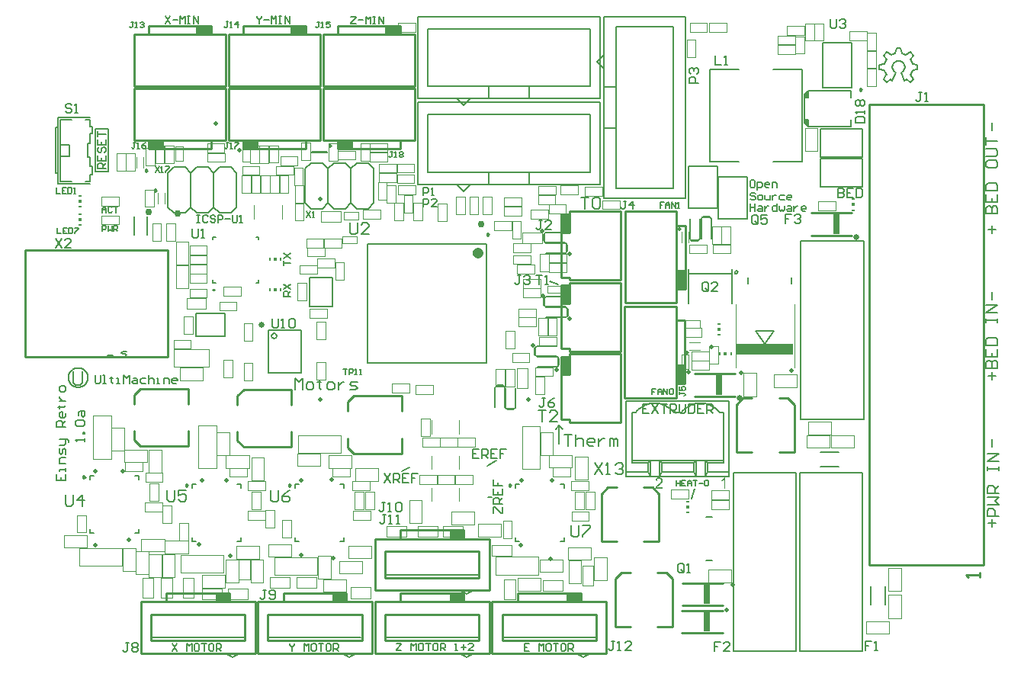
<source format=gto>
G04 Layer_Color=65535*
%FSLAX25Y25*%
%MOIN*%
G70*
G01*
G75*
%ADD11C,0.00800*%
%ADD65C,0.00600*%
%ADD67C,0.01000*%
%ADD70C,0.00700*%
%ADD121C,0.03000*%
%ADD145C,0.00984*%
%ADD146C,0.02362*%
%ADD147C,0.00500*%
%ADD148C,0.01968*%
%ADD149C,0.02000*%
%ADD150C,0.02500*%
%ADD151C,0.00200*%
%ADD152C,0.00787*%
%ADD153C,0.00197*%
%ADD154C,0.00400*%
%ADD155R,0.01200X0.01190*%
%ADD156R,0.01200X0.00600*%
%ADD157R,0.01200X0.00590*%
%ADD158R,0.02953X0.08790*%
%ADD159R,0.24505X0.04921*%
%ADD160R,0.01190X0.01200*%
%ADD161R,0.00600X0.01200*%
%ADD162R,0.00590X0.01200*%
G36*
X48254Y221246D02*
X41393D01*
Y224996D01*
X48254D01*
Y221246D01*
D02*
G37*
G36*
X89592D02*
X82732D01*
Y224996D01*
X89592D01*
Y221246D01*
D02*
G37*
G36*
X264752Y77482D02*
X264813Y77474D01*
X264881Y77467D01*
X264956Y77459D01*
X265039Y77437D01*
X265221Y77391D01*
X265410Y77323D01*
X265508Y77278D01*
X265599Y77225D01*
X265682Y77157D01*
X265765Y77089D01*
X265773Y77081D01*
X265780Y77074D01*
X265803Y77051D01*
X265833Y77021D01*
X265863Y76976D01*
X265901Y76930D01*
X265977Y76817D01*
X266053Y76673D01*
X266121Y76507D01*
X266174Y76318D01*
X266181Y76212D01*
X266189Y76106D01*
Y76091D01*
Y76053D01*
X266181Y75993D01*
X266174Y75917D01*
X266158Y75826D01*
X266136Y75728D01*
X266105Y75622D01*
X266060Y75516D01*
X266053Y75501D01*
X266037Y75463D01*
X266007Y75411D01*
X265962Y75335D01*
X265909Y75244D01*
X265841Y75138D01*
X265750Y75033D01*
X265652Y74912D01*
X265637Y74897D01*
X265599Y74851D01*
X265531Y74783D01*
X265486Y74738D01*
X265433Y74685D01*
X265372Y74624D01*
X265297Y74556D01*
X265221Y74488D01*
X265138Y74405D01*
X265047Y74322D01*
X264941Y74231D01*
X264835Y74141D01*
X264714Y74035D01*
X264707Y74027D01*
X264692Y74012D01*
X264662Y73989D01*
X264624Y73959D01*
X264533Y73883D01*
X264420Y73785D01*
X264306Y73679D01*
X264185Y73573D01*
X264087Y73483D01*
X264049Y73445D01*
X264011Y73407D01*
X264004Y73400D01*
X263989Y73377D01*
X263958Y73347D01*
X263921Y73301D01*
X263837Y73203D01*
X263754Y73082D01*
X266196D01*
Y72500D01*
X262908D01*
Y72508D01*
Y72538D01*
Y72583D01*
X262915Y72636D01*
X262923Y72697D01*
X262930Y72765D01*
X262953Y72840D01*
X262976Y72916D01*
Y72923D01*
X262983Y72931D01*
X262998Y72976D01*
X263029Y73037D01*
X263074Y73128D01*
X263127Y73226D01*
X263202Y73339D01*
X263278Y73453D01*
X263376Y73573D01*
Y73581D01*
X263391Y73589D01*
X263429Y73634D01*
X263490Y73702D01*
X263580Y73793D01*
X263694Y73899D01*
X263830Y74027D01*
X263996Y74171D01*
X264178Y74330D01*
X264185Y74337D01*
X264215Y74360D01*
X264253Y74390D01*
X264306Y74443D01*
X264374Y74496D01*
X264450Y74564D01*
X264616Y74708D01*
X264798Y74881D01*
X264979Y75055D01*
X265070Y75138D01*
X265145Y75222D01*
X265213Y75305D01*
X265274Y75380D01*
Y75388D01*
X265289Y75396D01*
X265304Y75418D01*
X265319Y75448D01*
X265365Y75524D01*
X265418Y75622D01*
X265470Y75736D01*
X265516Y75857D01*
X265546Y75993D01*
X265561Y76121D01*
Y76129D01*
Y76136D01*
X265554Y76182D01*
X265546Y76250D01*
X265531Y76333D01*
X265493Y76431D01*
X265448Y76530D01*
X265387Y76635D01*
X265297Y76734D01*
X265281Y76741D01*
X265251Y76771D01*
X265191Y76809D01*
X265115Y76862D01*
X265017Y76907D01*
X264903Y76945D01*
X264767Y76976D01*
X264616Y76983D01*
X264571D01*
X264541Y76976D01*
X264465Y76968D01*
X264367Y76953D01*
X264253Y76915D01*
X264132Y76870D01*
X264019Y76802D01*
X263913Y76711D01*
X263906Y76696D01*
X263875Y76666D01*
X263830Y76605D01*
X263785Y76522D01*
X263732Y76416D01*
X263694Y76295D01*
X263664Y76152D01*
X263648Y75985D01*
X263021Y76053D01*
Y76061D01*
Y76083D01*
X263029Y76121D01*
X263036Y76167D01*
X263051Y76227D01*
X263059Y76295D01*
X263104Y76446D01*
X263165Y76620D01*
X263248Y76794D01*
X263361Y76968D01*
X263422Y77044D01*
X263497Y77119D01*
X263505Y77127D01*
X263520Y77134D01*
X263543Y77157D01*
X263573Y77180D01*
X263618Y77202D01*
X263671Y77240D01*
X263732Y77270D01*
X263800Y77308D01*
X263875Y77338D01*
X263958Y77376D01*
X264057Y77406D01*
X264155Y77429D01*
X264382Y77474D01*
X264503Y77482D01*
X264631Y77490D01*
X264699D01*
X264752Y77482D01*
D02*
G37*
G36*
X293630Y72500D02*
X293017D01*
Y76386D01*
X293010Y76378D01*
X292979Y76348D01*
X292926Y76310D01*
X292858Y76257D01*
X292775Y76189D01*
X292677Y76121D01*
X292564Y76038D01*
X292435Y75963D01*
X292427D01*
X292420Y75955D01*
X292375Y75925D01*
X292306Y75887D01*
X292223Y75841D01*
X292125Y75789D01*
X292019Y75743D01*
X291906Y75690D01*
X291800Y75645D01*
Y76242D01*
X291808D01*
X291823Y76250D01*
X291853Y76265D01*
X291883Y76288D01*
X291929Y76310D01*
X291981Y76333D01*
X292102Y76401D01*
X292238Y76484D01*
X292390Y76582D01*
X292541Y76696D01*
X292685Y76817D01*
X292692Y76824D01*
X292700Y76832D01*
X292745Y76877D01*
X292813Y76945D01*
X292896Y77028D01*
X292987Y77134D01*
X293078Y77248D01*
X293161Y77369D01*
X293229Y77490D01*
X293630D01*
Y72500D01*
D02*
G37*
G36*
X110232Y271118D02*
X103372D01*
Y274868D01*
X110232D01*
Y271118D01*
D02*
G37*
G36*
X151570D02*
X144710D01*
Y274868D01*
X151570D01*
Y271118D01*
D02*
G37*
G36*
X130931Y221246D02*
X124071D01*
Y224996D01*
X130931D01*
Y221246D01*
D02*
G37*
G36*
X68893Y271118D02*
X62033D01*
Y274868D01*
X68893D01*
Y271118D01*
D02*
G37*
G54D11*
X370500Y254400D02*
X371283Y254976D01*
X371814Y255790D01*
X372026Y256738D01*
X371892Y257701D01*
X371429Y258556D01*
X370696Y259194D01*
X369786Y259535D01*
X368814D01*
X367904Y259194D01*
X367171Y258556D01*
X366708Y257701D01*
X366574Y256738D01*
X366786Y255790D01*
X367317Y254976D01*
X368100Y254400D01*
X363200Y255300D02*
X363528Y254368D01*
X364000Y253500D01*
X364000Y260100D02*
X363526Y259233D01*
X363200Y258300D01*
X367800Y262800D02*
X366923Y262515D01*
X366100Y262100D01*
X372500Y262100D02*
X371631Y262570D01*
X370700Y262900D01*
X375500Y258300D02*
X375128Y259239D01*
X374600Y260100D01*
Y253500D02*
X375086Y254466D01*
X375400Y255500D01*
X299105Y167116D02*
X298561Y167865D01*
X297681Y167579D01*
Y166653D01*
X298561Y166367D01*
X299105Y167116D01*
X237368Y259184D02*
X240355Y262171D01*
X237368Y259184D02*
X240355Y256198D01*
X303451Y162062D02*
Y164917D01*
X322400Y162062D02*
Y164917D01*
X285004Y60268D02*
X287858D01*
X285004Y41319D02*
X287858D01*
X176000Y205587D02*
X178987Y202600D01*
X181973Y205587D01*
X176000Y243087D02*
X178987Y240100D01*
X181973Y243087D01*
X93632Y123304D02*
X108113D01*
Y141853D01*
X93632D02*
X108113D01*
X93632Y123304D02*
Y141853D01*
X366600Y251000D02*
X368100Y254400D01*
X365900Y251400D02*
X366600Y251000D01*
X364100Y250200D02*
X365900Y251400D01*
X362700Y251600D02*
X364100Y250200D01*
X362700Y251600D02*
X363900Y253400D01*
X360900Y255800D02*
X363100Y255400D01*
X360900Y255800D02*
Y257800D01*
X363200Y258200D01*
X362700Y262000D02*
X364000Y260100D01*
X362700Y262000D02*
X364100Y263400D01*
X366000Y262100D01*
X367800Y262800D02*
X368300Y265200D01*
X370200D01*
X370700Y262800D01*
X372500Y262100D02*
X374500Y263400D01*
X375900Y262000D01*
X374500Y260100D02*
X375900Y262000D01*
X375400Y258200D02*
X377600Y257800D01*
Y255800D02*
Y257800D01*
X375400Y255400D02*
X377600Y255800D01*
X374600Y253400D02*
X375900Y251600D01*
X374500Y250200D02*
X375900Y251600D01*
X372700Y251400D02*
X374500Y250200D01*
X371900Y251000D02*
X372700Y251400D01*
X370500Y254400D02*
X371900Y251000D01*
X277400Y166427D02*
X296349D01*
Y153415D02*
Y166427D01*
Y168396D01*
X277400Y166427D02*
Y168396D01*
Y153415D02*
Y166427D01*
X306933Y141419D02*
X314870D01*
X310933Y135951D02*
X314870Y141419D01*
X306933D02*
X310933Y135951D01*
X220925Y92125D02*
Y100025D01*
X219425Y98525D02*
X220925Y100025D01*
X222425Y98525D01*
X23775Y211225D02*
Y229925D01*
X17975D02*
X23775D01*
X17975Y211225D02*
Y229925D01*
Y211225D02*
X23775D01*
X152225Y80325D02*
X155625Y81925D01*
X189325Y82625D02*
X193525Y84725D01*
X189725Y68825D02*
X191525Y68925D01*
X278825Y68325D02*
X280025Y72425D01*
X216825Y163125D02*
X220425Y161925D01*
X286921Y215521D02*
Y255679D01*
X299520D01*
X286921Y215521D02*
X299520D01*
X314480Y255679D02*
X327079D01*
X314480Y215521D02*
X327079D01*
Y255679D01*
X226225Y56424D02*
Y52258D01*
X227058Y51425D01*
X228724D01*
X229557Y52258D01*
Y56424D01*
X231224D02*
X234556D01*
Y55590D01*
X231224Y52258D01*
Y51425D01*
X94800Y71698D02*
Y67533D01*
X95633Y66700D01*
X97299D01*
X98132Y67533D01*
Y71698D01*
X103131D02*
X101464Y70865D01*
X99798Y69199D01*
Y67533D01*
X100631Y66700D01*
X102298D01*
X103131Y67533D01*
Y68366D01*
X102298Y69199D01*
X99798D01*
X49600Y71998D02*
Y67833D01*
X50433Y67000D01*
X52099D01*
X52932Y67833D01*
Y71998D01*
X57931D02*
X54598D01*
Y69499D01*
X56265Y70332D01*
X57098D01*
X57931Y69499D01*
Y67833D01*
X57098Y67000D01*
X55431D01*
X54598Y67833D01*
X5100Y69898D02*
Y65733D01*
X5933Y64900D01*
X7599D01*
X8432Y65733D01*
Y69898D01*
X12598Y64900D02*
Y69898D01*
X10098Y67399D01*
X13431D01*
X129400Y188798D02*
Y184633D01*
X130233Y183800D01*
X131899D01*
X132732Y184633D01*
Y188798D01*
X137731Y183800D02*
X134398D01*
X137731Y187132D01*
Y187965D01*
X136898Y188798D01*
X135231D01*
X134398Y187965D01*
X236425Y83724D02*
X239757Y78725D01*
Y83724D02*
X236425Y78725D01*
X241424D02*
X243090D01*
X242257D01*
Y83724D01*
X241424Y82890D01*
X245589D02*
X246422Y83724D01*
X248088D01*
X248921Y82890D01*
Y82057D01*
X248088Y81224D01*
X247255D01*
X248088D01*
X248921Y80391D01*
Y79558D01*
X248088Y78725D01*
X246422D01*
X245589Y79558D01*
X13400Y93100D02*
Y94433D01*
Y93766D01*
X9401D01*
X10068Y93100D01*
X13400Y96432D02*
X12733D01*
Y97099D01*
X13400D01*
Y96432D01*
X10068Y99765D02*
X9401Y100431D01*
Y101764D01*
X10068Y102430D01*
X12733D01*
X13400Y101764D01*
Y100431D01*
X12733Y99765D01*
X10068D01*
X10734Y104430D02*
Y105763D01*
X11401Y106429D01*
X13400D01*
Y104430D01*
X12733Y103763D01*
X12067Y104430D01*
Y106429D01*
X223225Y96324D02*
X226557D01*
X224891D01*
Y91325D01*
X228224Y96324D02*
Y91325D01*
Y93824D01*
X229057Y94657D01*
X230723D01*
X231556Y93824D01*
Y91325D01*
X235721D02*
X234055D01*
X233222Y92158D01*
Y93824D01*
X234055Y94657D01*
X235721D01*
X236554Y93824D01*
Y92991D01*
X233222D01*
X238220Y94657D02*
Y91325D01*
Y92991D01*
X239053Y93824D01*
X239886Y94657D01*
X240720D01*
X243219Y91325D02*
Y94657D01*
X244052D01*
X244885Y93824D01*
Y91325D01*
Y93824D01*
X245718Y94657D01*
X246551Y93824D01*
Y91325D01*
X105300Y115700D02*
Y120698D01*
X106966Y119032D01*
X108632Y120698D01*
Y115700D01*
X111131D02*
X112798D01*
X113631Y116533D01*
Y118199D01*
X112798Y119032D01*
X111131D01*
X110298Y118199D01*
Y116533D01*
X111131Y115700D01*
X116130Y119865D02*
Y119032D01*
X115297D01*
X116963D01*
X116130D01*
Y116533D01*
X116963Y115700D01*
X120295D02*
X121961D01*
X122794Y116533D01*
Y118199D01*
X121961Y119032D01*
X120295D01*
X119462Y118199D01*
Y116533D01*
X120295Y115700D01*
X124460Y119032D02*
Y115700D01*
Y117366D01*
X125294Y118199D01*
X126127Y119032D01*
X126960D01*
X129459Y115700D02*
X131958D01*
X132791Y116533D01*
X131958Y117366D01*
X130292D01*
X129459Y118199D01*
X130292Y119032D01*
X132791D01*
X410101Y55700D02*
Y59032D01*
X408435Y57366D02*
X411767D01*
X410101Y90689D02*
Y94021D01*
X211725Y106824D02*
X215057D01*
X213391D01*
Y101825D01*
X220056D02*
X216724D01*
X220056Y105157D01*
Y105991D01*
X219223Y106824D01*
X217557D01*
X216724Y105991D01*
X230625Y199924D02*
X233958D01*
X232291D01*
Y194925D01*
X235624Y199091D02*
X236457Y199924D01*
X238123D01*
X238956Y199091D01*
Y195758D01*
X238123Y194925D01*
X236457D01*
X235624Y195758D01*
Y199091D01*
X1201Y78966D02*
Y76300D01*
X5200D01*
Y78966D01*
X3201Y76300D02*
Y77633D01*
X5200Y80299D02*
Y81632D01*
Y80965D01*
X2534D01*
Y80299D01*
X5200Y83631D02*
X2534D01*
Y85630D01*
X3201Y86297D01*
X5200D01*
Y87630D02*
Y89629D01*
X4534Y90295D01*
X3867Y89629D01*
Y88296D01*
X3201Y87630D01*
X2534Y88296D01*
Y90295D01*
Y91628D02*
X4534D01*
X5200Y92295D01*
Y94294D01*
X5866D01*
X6533Y93628D01*
Y92961D01*
X5200Y94294D02*
X2534D01*
X5200Y99626D02*
X1201D01*
Y101625D01*
X1868Y102292D01*
X3201D01*
X3867Y101625D01*
Y99626D01*
Y100959D02*
X5200Y102292D01*
Y105624D02*
Y104291D01*
X4534Y103624D01*
X3201D01*
X2534Y104291D01*
Y105624D01*
X3201Y106290D01*
X3867D01*
Y103624D01*
X1868Y108290D02*
X2534D01*
Y107623D01*
Y108956D01*
Y108290D01*
X4534D01*
X5200Y108956D01*
X2534Y110956D02*
X5200D01*
X3867D01*
X3201Y111622D01*
X2534Y112288D01*
Y112955D01*
X5200Y115621D02*
Y116954D01*
X4534Y117620D01*
X3201D01*
X2534Y116954D01*
Y115621D01*
X3201Y114954D01*
X4534D01*
X5200Y115621D01*
X413000Y60400D02*
X408002D01*
Y62899D01*
X408835Y63732D01*
X410501D01*
X411334Y62899D01*
Y60400D01*
X408002Y65398D02*
X413000D01*
X411334Y67064D01*
X413000Y68731D01*
X408002D01*
X413000Y70397D02*
X408002D01*
Y72896D01*
X408835Y73729D01*
X410501D01*
X411334Y72896D01*
Y70397D01*
Y72063D02*
X413000Y73729D01*
X408002Y80393D02*
Y82060D01*
Y81227D01*
X413000D01*
Y80393D01*
Y82060D01*
Y84559D02*
X408002D01*
X413000Y87891D01*
X408002D01*
X407602Y125300D02*
X412600D01*
Y127799D01*
X411767Y128632D01*
X410934D01*
X410101Y127799D01*
Y125300D01*
Y127799D01*
X409268Y128632D01*
X408435D01*
X407602Y127799D01*
Y125300D01*
Y133631D02*
Y130298D01*
X412600D01*
Y133631D01*
X410101Y130298D02*
Y131965D01*
X407602Y135297D02*
X412600D01*
Y137796D01*
X411767Y138629D01*
X408435D01*
X407602Y137796D01*
Y135297D01*
Y145293D02*
Y146960D01*
Y146127D01*
X412600D01*
Y145293D01*
Y146960D01*
Y149459D02*
X407602D01*
X412600Y152791D01*
X407602D01*
X410101Y120200D02*
Y123532D01*
X408435Y121866D02*
X411767D01*
X410101Y155189D02*
Y158521D01*
Y184200D02*
Y187532D01*
X408435Y185866D02*
X411767D01*
X410101Y229185D02*
Y232518D01*
X407602Y192800D02*
X412600D01*
Y195299D01*
X411767Y196132D01*
X410934D01*
X410101Y195299D01*
Y192800D01*
Y195299D01*
X409268Y196132D01*
X408435D01*
X407602Y195299D01*
Y192800D01*
Y201131D02*
Y197798D01*
X412600D01*
Y201131D01*
X410101Y197798D02*
Y199464D01*
X407602Y202797D02*
X412600D01*
Y205296D01*
X411767Y206129D01*
X408435D01*
X407602Y205296D01*
Y202797D01*
Y215293D02*
Y213627D01*
X408435Y212793D01*
X411767D01*
X412600Y213627D01*
Y215293D01*
X411767Y216126D01*
X408435D01*
X407602Y215293D01*
Y217792D02*
X411767D01*
X412600Y218625D01*
Y220291D01*
X411767Y221124D01*
X407602D01*
Y222790D02*
Y226122D01*
Y224456D01*
X412600D01*
G54D65*
X97613Y139304D02*
X97261Y140153D01*
X96413Y140504D01*
X95564Y140153D01*
X95213Y139304D01*
X95564Y138455D01*
X96413Y138104D01*
X97261Y138455D01*
X97613Y139304D01*
X291100Y105700D02*
X290480Y106451D01*
X289794Y107141D01*
X289047Y107765D01*
X288245Y108316D01*
X287396Y108791D01*
X286506Y109186D01*
X285583Y109496D01*
X284636Y109720D01*
X283672Y109855D01*
X282700Y109900D01*
X281728Y109855D01*
X280764Y109720D01*
X279817Y109496D01*
X278894Y109186D01*
X278004Y108791D01*
X277155Y108316D01*
X276353Y107765D01*
X275606Y107141D01*
X274920Y106451D01*
X274300Y105700D01*
X271100D02*
X270480Y106451D01*
X269794Y107141D01*
X269047Y107765D01*
X268245Y108316D01*
X267396Y108791D01*
X266506Y109186D01*
X265583Y109496D01*
X264636Y109720D01*
X263672Y109855D01*
X262700Y109900D01*
X261728Y109855D01*
X260764Y109720D01*
X259817Y109496D01*
X258894Y109186D01*
X258004Y108791D01*
X257155Y108316D01*
X256353Y107765D01*
X255606Y107141D01*
X254920Y106451D01*
X254300Y105700D01*
X240355Y199368D02*
Y278974D01*
Y199368D02*
X276182D01*
Y278974D01*
X240355D02*
X276182D01*
X240355Y248029D02*
X245670D01*
X240355Y230313D02*
X245670D01*
X42925Y7425D02*
X83104D01*
X78025Y-1175D02*
X81025Y525D01*
X75025D02*
X78025Y-1175D01*
X126206Y525D02*
X129206Y-1175D01*
X132206Y525D01*
X94106Y7425D02*
X134285D01*
X145287Y34984D02*
X185466D01*
X180387Y26384D02*
X183387Y28084D01*
X177387D02*
X180387Y26384D01*
X177387Y525D02*
X180387Y-1175D01*
X183387Y525D01*
X145287Y7425D02*
X185466D01*
X196508Y7465D02*
X236687D01*
X231608Y-1135D02*
X234608Y565D01*
X228608D02*
X231608Y-1135D01*
X159197Y205587D02*
X238803D01*
Y241413D01*
X159197D02*
X238803D01*
X159197Y205587D02*
Y241413D01*
X190142Y205587D02*
Y210902D01*
X207858Y205587D02*
Y210902D01*
X159197Y243087D02*
X238803D01*
Y278913D01*
X159197D02*
X238803D01*
X159197Y243087D02*
Y278913D01*
X190142Y243087D02*
Y248402D01*
X207858Y243087D02*
Y248402D01*
X250200Y110900D02*
X295200D01*
Y77900D02*
Y79900D01*
Y110900D01*
X292700Y84900D02*
Y105900D01*
Y83900D02*
Y84900D01*
X271200Y105900D02*
X274200D01*
X291000D02*
X292700D01*
X284700Y84900D02*
X292700D01*
X280700D02*
X284700D01*
X264700D02*
X280700D01*
X260700D02*
X264700D01*
X284700Y77900D02*
X295200D01*
X280700D02*
X284700D01*
X264700D02*
X280700D01*
X260700D02*
X264700D01*
X285700Y79900D02*
X295200D01*
X265700D02*
X279700D01*
X265700Y83900D02*
X279700D01*
X285700D02*
X292700D01*
X280700Y77900D02*
Y84900D01*
X284700Y77900D02*
Y84900D01*
X285700Y79900D02*
Y83900D01*
X279700Y79900D02*
Y83900D01*
Y79900D02*
X280700Y77900D01*
X284700D02*
X285700Y79900D01*
X284700Y84900D02*
X285700Y83900D01*
X279700D02*
X280700Y84900D01*
X252700Y105900D02*
X254200D01*
X264700Y77900D02*
Y84900D01*
X260700Y77900D02*
Y84900D01*
X259700Y79900D02*
Y83900D01*
Y79900D02*
X260700Y77900D01*
X259700Y83900D02*
X260700Y84900D01*
X264700Y77900D02*
X265700Y79900D01*
Y83900D01*
X264700Y84900D02*
X265700Y83900D01*
X252700D02*
Y84900D01*
X259700Y83900D02*
X260700Y84900D01*
X259700Y79900D02*
X260700Y77900D01*
X252700Y83900D02*
X259700D01*
X250200Y79900D02*
X259700D01*
X252700Y84900D02*
X260700D01*
X252700Y105900D02*
X254400D01*
X252700Y84900D02*
Y105900D01*
X250200Y79900D02*
Y110900D01*
Y77900D02*
Y79900D01*
Y77900D02*
X260700D01*
X72353Y193056D02*
X77353D01*
X79853Y195556D02*
Y210556D01*
X77353Y213056D02*
X79853Y210556D01*
X72353Y213056D02*
X77353D01*
X69853Y210556D02*
X72353Y213056D01*
X77353Y193056D02*
X79853Y195556D01*
X69853D02*
X72353Y193056D01*
X52353D02*
X57353D01*
X62353D02*
X67353D01*
X69853Y195556D02*
Y210556D01*
X59853Y195556D02*
Y210556D01*
X67353Y213056D02*
X69853Y210556D01*
X62353Y213056D02*
X67353D01*
X59853Y210556D02*
X62353Y213056D01*
X57353D02*
X59853Y210556D01*
X52353Y213056D02*
X57353D01*
X49853Y210556D02*
X52353Y213056D01*
X49853Y195556D02*
Y210556D01*
X67353Y193056D02*
X69853Y195556D01*
X59853D02*
X62353Y193056D01*
X57353D02*
X59853Y195556D01*
X49853D02*
X52353Y193056D01*
X13773Y206998D02*
X15773D01*
X2773D02*
X7773D01*
X2773Y233998D02*
X7773D01*
X13773D02*
X15773D01*
Y206998D02*
Y209998D01*
X16773D01*
Y213498D01*
X15773D02*
X16773D01*
X15773D02*
Y217498D01*
X14773D02*
X15773D01*
X14773D02*
Y223498D01*
X15773D01*
Y227998D01*
X16773D01*
Y230998D01*
X15773D02*
X16773D01*
X15773D02*
Y233998D01*
X2773Y206998D02*
Y217998D01*
X6773D01*
Y222998D01*
X2773Y217998D02*
Y222998D01*
X6773D01*
X773Y210498D02*
Y215498D01*
Y225498D01*
X1773Y210498D02*
Y234998D01*
X773Y210498D02*
X1773D01*
X773Y225498D02*
Y230498D01*
X1773D01*
X2773Y222998D02*
Y233998D01*
X1773Y234998D02*
X15773D01*
X1773Y205998D02*
Y210498D01*
Y205998D02*
X15773D01*
X35261Y183525D02*
Y191462D01*
X40817Y183525D02*
Y191462D01*
X109900Y197500D02*
X112400Y195000D01*
X117400D02*
X119900Y197500D01*
X122400Y195000D01*
X127400D02*
X129900Y197500D01*
X109900D02*
Y212500D01*
X112400Y215000D01*
X117400D01*
X119900Y212500D01*
X122400Y215000D01*
X127400D01*
X129900Y212500D01*
X119900Y197500D02*
Y212500D01*
X129900Y197500D02*
Y212500D01*
X122400Y195000D02*
X127400D01*
X112400D02*
X117400D01*
X129900Y197500D02*
X132400Y195000D01*
X137400D02*
X139900Y197500D01*
X129900Y212500D02*
X132400Y215000D01*
X137400D01*
X139900Y212500D01*
Y197500D02*
Y212500D01*
X132400Y195000D02*
X137400D01*
X250233Y198299D02*
X249066D01*
X249649D01*
Y195383D01*
X249066Y194800D01*
X248483D01*
X247900Y195383D01*
X253148Y194800D02*
Y198299D01*
X251399Y196549D01*
X253731D01*
X62600Y192199D02*
X63666D01*
X63133D01*
Y189000D01*
X62600D01*
X63666D01*
X67398Y191666D02*
X66865Y192199D01*
X65799D01*
X65266Y191666D01*
Y189533D01*
X65799Y189000D01*
X66865D01*
X67398Y189533D01*
X70597Y191666D02*
X70064Y192199D01*
X68998D01*
X68465Y191666D01*
Y191133D01*
X68998Y190600D01*
X70064D01*
X70597Y190066D01*
Y189533D01*
X70064Y189000D01*
X68998D01*
X68465Y189533D01*
X71664Y189000D02*
Y192199D01*
X73263D01*
X73796Y191666D01*
Y190600D01*
X73263Y190066D01*
X71664D01*
X74863Y190600D02*
X76995D01*
X78062Y192199D02*
Y189533D01*
X78595Y189000D01*
X79661D01*
X80194Y189533D01*
Y192199D01*
X81261Y189000D02*
X82327D01*
X81794D01*
Y192199D01*
X81261Y191666D01*
X129900Y278999D02*
X132033D01*
Y278466D01*
X129900Y276333D01*
Y275800D01*
X132033D01*
X133099Y277399D02*
X135232D01*
X136298Y275800D02*
Y278999D01*
X137364Y277933D01*
X138431Y278999D01*
Y275800D01*
X139497Y278999D02*
X140563D01*
X140030D01*
Y275800D01*
X139497D01*
X140563D01*
X142163D02*
Y278999D01*
X144295Y275800D01*
Y278999D01*
X88725Y279024D02*
Y278491D01*
X89792Y277425D01*
X90858Y278491D01*
Y279024D01*
X89792Y277425D02*
Y275825D01*
X91924Y277425D02*
X94057D01*
X95123Y275825D02*
Y279024D01*
X96189Y277958D01*
X97256Y279024D01*
Y275825D01*
X98322Y279024D02*
X99388D01*
X98855D01*
Y275825D01*
X98322D01*
X99388D01*
X100988D02*
Y279024D01*
X103121Y275825D01*
Y279024D01*
X48825D02*
X50958Y275825D01*
Y279024D02*
X48825Y275825D01*
X52024Y277425D02*
X54157D01*
X55223Y275825D02*
Y279024D01*
X56289Y277958D01*
X57356Y279024D01*
Y275825D01*
X58422Y279024D02*
X59488D01*
X58955D01*
Y275825D01*
X58422D01*
X59488D01*
X61088D02*
Y279024D01*
X63221Y275825D01*
Y279024D01*
X100426Y170125D02*
Y172258D01*
Y171192D01*
X103625D01*
X100426Y173324D02*
X103625Y175457D01*
X100426D02*
X103625Y173324D01*
X8500Y123898D02*
Y118900D01*
X9500Y117900D01*
X11499D01*
X12499Y118900D01*
Y123898D01*
X51800Y4799D02*
X53933Y1600D01*
Y4799D02*
X51800Y1600D01*
X58198D02*
Y4799D01*
X59264Y3733D01*
X60331Y4799D01*
Y1600D01*
X62996Y4799D02*
X61930D01*
X61397Y4266D01*
Y2133D01*
X61930Y1600D01*
X62996D01*
X63529Y2133D01*
Y4266D01*
X62996Y4799D01*
X64596D02*
X66729D01*
X65662D01*
Y1600D01*
X69394Y4799D02*
X68328D01*
X67795Y4266D01*
Y2133D01*
X68328Y1600D01*
X69394D01*
X69928Y2133D01*
Y4266D01*
X69394Y4799D01*
X70994Y1600D02*
Y4799D01*
X72593D01*
X73127Y4266D01*
Y3199D01*
X72593Y2666D01*
X70994D01*
X72060D02*
X73127Y1600D01*
X29500Y130300D02*
X31100D01*
X31633Y130833D01*
X31100Y131366D01*
X30033D01*
X29500Y131899D01*
X30033Y132433D01*
X31633D01*
X149800Y4899D02*
X151933D01*
Y4366D01*
X149800Y2233D01*
Y1700D01*
X151933D01*
X156198D02*
Y4899D01*
X157264Y3833D01*
X158331Y4899D01*
Y1700D01*
X160996Y4899D02*
X159930D01*
X159397Y4366D01*
Y2233D01*
X159930Y1700D01*
X160996D01*
X161530Y2233D01*
Y4366D01*
X160996Y4899D01*
X162596D02*
X164728D01*
X163662D01*
Y1700D01*
X167394Y4899D02*
X166328D01*
X165795Y4366D01*
Y2233D01*
X166328Y1700D01*
X167394D01*
X167928Y2233D01*
Y4366D01*
X167394Y4899D01*
X168994Y1700D02*
Y4899D01*
X170593D01*
X171126Y4366D01*
Y3300D01*
X170593Y2766D01*
X168994D01*
X170060D02*
X171126Y1700D01*
X175392D02*
X176458D01*
X175925D01*
Y4899D01*
X175392Y4366D01*
X178058Y3300D02*
X180190D01*
X179124Y4366D02*
Y2233D01*
X183389Y1700D02*
X181256D01*
X183389Y3833D01*
Y4366D01*
X182856Y4899D01*
X181790D01*
X181256Y4366D01*
X23500Y130799D02*
X25633D01*
X103000Y4799D02*
Y4266D01*
X104066Y3199D01*
X105133Y4266D01*
Y4799D01*
X104066Y3199D02*
Y1600D01*
X109398D02*
Y4799D01*
X110464Y3733D01*
X111531Y4799D01*
Y1600D01*
X114196Y4799D02*
X113130D01*
X112597Y4266D01*
Y2133D01*
X113130Y1600D01*
X114196D01*
X114729Y2133D01*
Y4266D01*
X114196Y4799D01*
X115796D02*
X117929D01*
X116862D01*
Y1600D01*
X120594Y4799D02*
X119528D01*
X118995Y4266D01*
Y2133D01*
X119528Y1600D01*
X120594D01*
X121127Y2133D01*
Y4266D01*
X120594Y4799D01*
X122194Y1600D02*
Y4799D01*
X123793D01*
X124327Y4266D01*
Y3199D01*
X123793Y2666D01*
X122194D01*
X123260D02*
X124327Y1600D01*
X304400Y197099D02*
Y193900D01*
Y195500D01*
X306533D01*
Y197099D01*
Y193900D01*
X308132Y196033D02*
X309198D01*
X309732Y195500D01*
Y193900D01*
X308132D01*
X307599Y194433D01*
X308132Y194966D01*
X309732D01*
X310798Y196033D02*
Y193900D01*
Y194966D01*
X311331Y195500D01*
X311864Y196033D01*
X312397D01*
X316130Y197099D02*
Y193900D01*
X314530D01*
X313997Y194433D01*
Y195500D01*
X314530Y196033D01*
X316130D01*
X317196D02*
Y194433D01*
X317729Y193900D01*
X318262Y194433D01*
X318795Y193900D01*
X319328Y194433D01*
Y196033D01*
X320928D02*
X321994D01*
X322528Y195500D01*
Y193900D01*
X320928D01*
X320395Y194433D01*
X320928Y194966D01*
X322528D01*
X323594Y196033D02*
Y193900D01*
Y194966D01*
X324127Y195500D01*
X324660Y196033D01*
X325193D01*
X328392Y193900D02*
X327326D01*
X326793Y194433D01*
Y195500D01*
X327326Y196033D01*
X328392D01*
X328925Y195500D01*
Y194966D01*
X326793D01*
X305999Y207499D02*
X304933D01*
X304400Y206966D01*
Y204833D01*
X304933Y204300D01*
X305999D01*
X306533Y204833D01*
Y206966D01*
X305999Y207499D01*
X307599Y203234D02*
Y206433D01*
X309198D01*
X309732Y205900D01*
Y204833D01*
X309198Y204300D01*
X307599D01*
X312397D02*
X311331D01*
X310798Y204833D01*
Y205900D01*
X311331Y206433D01*
X312397D01*
X312931Y205900D01*
Y205366D01*
X310798D01*
X313997Y204300D02*
Y206433D01*
X315596D01*
X316130Y205900D01*
Y204300D01*
X207833Y4799D02*
X205700D01*
Y1600D01*
X207833D01*
X205700Y3199D02*
X206766D01*
X212098Y1600D02*
Y4799D01*
X213164Y3733D01*
X214231Y4799D01*
Y1600D01*
X216896Y4799D02*
X215830D01*
X215297Y4266D01*
Y2133D01*
X215830Y1600D01*
X216896D01*
X217430Y2133D01*
Y4266D01*
X216896Y4799D01*
X218496D02*
X220628D01*
X219562D01*
Y1600D01*
X223294Y4799D02*
X222228D01*
X221695Y4266D01*
Y2133D01*
X222228Y1600D01*
X223294D01*
X223828Y2133D01*
Y4266D01*
X223294Y4799D01*
X224894Y1600D02*
Y4799D01*
X226493D01*
X227027Y4266D01*
Y3199D01*
X226493Y2666D01*
X224894D01*
X225960D02*
X227027Y1600D01*
X103625Y156625D02*
X100426D01*
Y158225D01*
X100959Y158758D01*
X102026D01*
X102559Y158225D01*
Y156625D01*
Y157692D02*
X103625Y158758D01*
X100426Y159824D02*
X103625Y161957D01*
X100426D02*
X103625Y159824D01*
X22675Y212425D02*
X19176D01*
Y214175D01*
X19759Y214758D01*
X20925D01*
X21508Y214175D01*
Y212425D01*
Y213592D02*
X22675Y214758D01*
X19176Y218257D02*
Y215924D01*
X22675D01*
Y218257D01*
X20925Y215924D02*
Y217090D01*
X19759Y221756D02*
X19176Y221172D01*
Y220006D01*
X19759Y219423D01*
X20342D01*
X20925Y220006D01*
Y221172D01*
X21508Y221756D01*
X22092D01*
X22675Y221172D01*
Y220006D01*
X22092Y219423D01*
X19176Y225254D02*
Y222922D01*
X22675D01*
Y225254D01*
X20925Y222922D02*
Y224088D01*
X19176Y226421D02*
Y228753D01*
Y227587D01*
X22675D01*
X306633Y201466D02*
X306100Y201999D01*
X305033D01*
X304500Y201466D01*
Y200933D01*
X305033Y200399D01*
X306100D01*
X306633Y199866D01*
Y199333D01*
X306100Y198800D01*
X305033D01*
X304500Y199333D01*
X308232Y198800D02*
X309298D01*
X309832Y199333D01*
Y200399D01*
X309298Y200933D01*
X308232D01*
X307699Y200399D01*
Y199333D01*
X308232Y198800D01*
X310898Y200933D02*
Y199333D01*
X311431Y198800D01*
X313031D01*
Y200933D01*
X314097D02*
Y198800D01*
Y199866D01*
X314630Y200399D01*
X315163Y200933D01*
X315696D01*
X319428D02*
X317829D01*
X317296Y200399D01*
Y199333D01*
X317829Y198800D01*
X319428D01*
X322094D02*
X321028D01*
X320495Y199333D01*
Y200399D01*
X321028Y200933D01*
X322094D01*
X322627Y200399D01*
Y199866D01*
X320495D01*
G54D67*
X44700Y202956D02*
X44040Y203337D01*
Y202575D01*
X44700Y202956D01*
X40698Y211657D02*
X40037Y212038D01*
Y211276D01*
X40698Y211657D01*
X277097Y132142D02*
X276437Y132524D01*
Y131761D01*
X277097Y132142D01*
X273683Y186143D02*
X273022Y186524D01*
Y185762D01*
X273683Y186143D01*
X82732Y224996D02*
X110282D01*
X116482D02*
Y247546D01*
X76482D02*
X116482D01*
X76482Y224996D02*
Y247546D01*
Y224996D02*
X82732D01*
Y221246D02*
Y224996D01*
Y221246D02*
X110282D01*
Y224996D01*
X116482D01*
X41393D02*
X68943D01*
X75143D02*
Y247546D01*
X35143D02*
X75143D01*
X35143Y224996D02*
Y247546D01*
Y224996D02*
X41393D01*
Y221246D02*
Y224996D01*
Y221246D02*
X68943D01*
Y224996D01*
X75143D01*
X82682Y271118D02*
X110232D01*
X76482Y248568D02*
Y271118D01*
Y248568D02*
X116482D01*
Y271118D01*
X110232D02*
X116482D01*
X110232D02*
Y274868D01*
X82682D02*
X110232D01*
X82682Y271118D02*
Y274868D01*
X76482Y271118D02*
X82682D01*
X41343D02*
X68893D01*
X35143Y248568D02*
Y271118D01*
Y248568D02*
X75143D01*
Y271118D01*
X68893D02*
X75143D01*
X68893D02*
Y274868D01*
X41343D02*
X68893D01*
X41343Y271118D02*
Y274868D01*
X35143Y271118D02*
X41343D01*
X124021D02*
X151570D01*
X117821Y248568D02*
Y271118D01*
Y248568D02*
X157820D01*
Y271118D01*
X151570D02*
X157820D01*
X151570D02*
Y274868D01*
X124021D02*
X151570D01*
X124021Y271118D02*
Y274868D01*
X117821Y271118D02*
X124021D01*
X356300Y39050D02*
X406300D01*
Y240550D01*
X356300D02*
X406300D01*
X356300Y39050D02*
Y240550D01*
X267742Y35811D02*
X270498Y33055D01*
X270498Y12189D02*
Y33055D01*
X263806Y35811D02*
X267742D01*
X245302Y12189D02*
Y33055D01*
X245302D02*
X248058Y35811D01*
X251994D01*
X245302Y12189D02*
X251994D01*
X263806D02*
X270498D01*
X128453Y110343D02*
X131209Y113098D01*
Y113098D02*
X152075D01*
X128453Y106405D02*
Y110343D01*
X131209Y87902D02*
X152075D01*
X128453Y90658D02*
X131209Y87902D01*
X128453Y90658D02*
Y94595D01*
X152075Y87902D02*
Y94595D01*
Y106405D02*
Y113098D01*
X80250Y113168D02*
X83006Y115924D01*
Y115924D02*
X103872D01*
X80250Y109231D02*
Y113168D01*
X83006Y90727D02*
X103872D01*
X80250Y93483D02*
X83006Y90727D01*
X80250Y93483D02*
Y97420D01*
X103872Y90727D02*
Y97420D01*
Y109231D02*
Y115924D01*
X261842Y73011D02*
X264598Y70255D01*
X264598Y49389D02*
Y70255D01*
X257906Y73011D02*
X261842D01*
X239402Y49389D02*
Y70255D01*
X239402D02*
X242158Y73011D01*
X246094D01*
X239402Y49389D02*
X246094D01*
X257906D02*
X264598D01*
X320942Y112011D02*
X323698Y109255D01*
X323698Y88389D02*
Y109255D01*
X317005Y112011D02*
X320942D01*
X298502Y88389D02*
Y109255D01*
X298502D02*
X301257Y112011D01*
X305194D01*
X298502Y88389D02*
X305194D01*
X317005D02*
X323698D01*
X35089Y113542D02*
X37845Y116298D01*
Y116298D02*
X58711D01*
X35089Y109606D02*
Y113542D01*
X37845Y91102D02*
X58711D01*
X35089Y93858D02*
X37845Y91102D01*
X35089Y93858D02*
Y97795D01*
X58711Y91102D02*
Y97795D01*
Y109606D02*
Y116298D01*
X38025Y23075D02*
X49225D01*
Y26825D01*
X76775Y23075D02*
X88025D01*
Y525D02*
Y23075D01*
X38025Y525D02*
X88025D01*
X38025D02*
Y23075D01*
X83537Y6025D02*
Y17534D01*
X42425Y6025D02*
X83537D01*
X42425D02*
Y17534D01*
X83537D01*
X49152Y23048D02*
X76702D01*
X49225Y26825D02*
X76775D01*
Y23075D02*
Y26825D01*
X71025Y25825D02*
X76775D01*
X71025Y23048D02*
Y26825D01*
Y24825D02*
X76675D01*
X71025Y23925D02*
X76775D01*
X122206D02*
X127956D01*
X122206Y24825D02*
X127856D01*
X122206Y23048D02*
Y26825D01*
Y25825D02*
X127956D01*
Y23075D02*
Y26825D01*
X100406D02*
X127956D01*
X100333Y23048D02*
X127883D01*
X93606Y17534D02*
X134718D01*
X93606Y6025D02*
Y17534D01*
Y6025D02*
X134718D01*
Y17534D01*
X89206Y525D02*
Y23075D01*
Y525D02*
X139206D01*
Y23075D01*
X127956D02*
X139206D01*
X100406D02*
Y26825D01*
X89206Y23075D02*
X100406D01*
X140387Y50634D02*
X151587D01*
Y54384D01*
X179137Y50634D02*
X190387D01*
Y28084D02*
Y50634D01*
X140387Y28084D02*
X190387D01*
X140387D02*
Y50634D01*
X185899Y33584D02*
Y45093D01*
X144787Y33584D02*
X185899D01*
X144787D02*
Y45093D01*
X185899D01*
X151514Y50607D02*
X179064D01*
X151587Y54384D02*
X179137D01*
Y50634D02*
Y54384D01*
X173387Y53384D02*
X179137D01*
X173387Y50607D02*
Y54384D01*
Y52384D02*
X179037D01*
X173387Y51484D02*
X179137D01*
X173387Y23925D02*
X179137D01*
X173387Y24825D02*
X179037D01*
X173387Y23048D02*
Y26825D01*
Y25825D02*
X179137D01*
Y23075D02*
Y26825D01*
X151587D02*
X179137D01*
X151514Y23048D02*
X179064D01*
X144787Y17534D02*
X185899D01*
X144787Y6025D02*
Y17534D01*
Y6025D02*
X185899D01*
Y17534D01*
X140387Y525D02*
Y23075D01*
Y525D02*
X190387D01*
Y23075D01*
X179137D02*
X190387D01*
X151587D02*
Y26825D01*
X140387Y23075D02*
X151587D01*
X191608Y23115D02*
X202808D01*
Y26865D01*
X230358Y23115D02*
X241608D01*
Y565D02*
Y23115D01*
X191608Y565D02*
X241608D01*
X191608D02*
Y23115D01*
X237120Y6065D02*
Y17573D01*
X196008Y6065D02*
X237120D01*
X196008D02*
Y17573D01*
X237120D01*
X202734Y23087D02*
X230285D01*
X202808Y26865D02*
X230358D01*
Y23115D02*
Y26865D01*
X224608Y25865D02*
X230358D01*
X224608Y23087D02*
Y26865D01*
Y24865D02*
X230258D01*
X224608Y23965D02*
X230358D01*
X272150Y118550D02*
Y126457D01*
X275900D01*
X274946Y118557D02*
Y126457D01*
X274025Y118577D02*
Y126457D01*
X273046Y118550D02*
Y126457D01*
X272250Y159950D02*
Y167857D01*
X276000D01*
X275046Y159957D02*
Y167857D01*
X274125Y159977D02*
Y167857D01*
X273146Y159950D02*
Y167857D01*
X225389Y184609D02*
Y192515D01*
X221639Y184609D02*
X225389D01*
X222594D02*
Y192509D01*
X223514Y184609D02*
Y192488D01*
X224494Y184609D02*
Y192515D01*
X225389Y153506D02*
Y161413D01*
X221639Y153506D02*
X225389D01*
X222594D02*
Y161406D01*
X223514Y153506D02*
Y161386D01*
X224494Y153506D02*
Y161413D01*
X225389Y122404D02*
Y130311D01*
X221639Y122404D02*
X225389D01*
X222594D02*
Y130304D01*
X223514Y122404D02*
Y130283D01*
X224494Y122404D02*
Y130311D01*
X272150Y118550D02*
Y146100D01*
X249600Y152300D02*
X272150D01*
X249600Y112300D02*
Y152300D01*
Y112300D02*
X272150D01*
Y118550D01*
X275900D01*
Y146100D01*
X272150D02*
X275900D01*
X272150D02*
Y152300D01*
X272250Y159950D02*
Y187500D01*
X249700Y193700D02*
X272250D01*
X249700Y153700D02*
Y193700D01*
Y153700D02*
X272250D01*
Y159950D01*
X276000D01*
Y187500D01*
X272250D02*
X276000D01*
X272250D02*
Y193700D01*
X225389Y163765D02*
X247939D01*
Y193765D01*
X225389D02*
X247939D01*
X225389Y192515D02*
Y193765D01*
X221639Y192515D02*
X225389D01*
X221639Y164965D02*
Y192515D01*
Y164965D02*
X225389D01*
Y163765D02*
Y164965D01*
Y101561D02*
X247939D01*
Y131561D01*
X225389D02*
X247939D01*
X225389Y130311D02*
Y131561D01*
X221639Y130311D02*
X225389D01*
X221639Y102761D02*
Y130311D01*
Y102761D02*
X225389D01*
Y101561D02*
Y102761D01*
X-12376Y176797D02*
X49684D01*
X-12376Y130269D02*
Y176797D01*
Y130269D02*
X49684D01*
Y176797D01*
X274672Y31289D02*
X292430D01*
X274672Y21368D02*
X292430D01*
X225389Y132663D02*
X247939D01*
Y162663D01*
X225389D02*
X247939D01*
X225389Y161413D02*
Y162663D01*
X221639Y161413D02*
X225389D01*
X221639Y133863D02*
Y161413D01*
Y133863D02*
X225389D01*
Y132663D02*
Y133863D01*
X274581Y9383D02*
X292339D01*
X274581Y19304D02*
X292339D01*
X280100Y112900D02*
X297858D01*
X280100Y122821D02*
X297858D01*
X331200Y183100D02*
X348958D01*
X331200Y193021D02*
X348958D01*
X124071Y224996D02*
X151620D01*
X157820D02*
Y247546D01*
X117821D02*
X157820D01*
X117821Y224996D02*
Y247546D01*
Y224996D02*
X124071D01*
Y221246D02*
Y224996D01*
Y221246D02*
X151620D01*
Y224996D01*
X157820D01*
X404800Y33900D02*
Y35899D01*
Y34900D01*
X398802D01*
X399802Y33900D01*
G54D70*
X339300Y277699D02*
Y274366D01*
X339966Y273700D01*
X341299D01*
X341966Y274366D01*
Y277699D01*
X343299Y277032D02*
X343965Y277699D01*
X345298D01*
X345965Y277032D01*
Y276366D01*
X345298Y275699D01*
X344632D01*
X345298D01*
X345965Y275033D01*
Y274366D01*
X345298Y273700D01*
X343965D01*
X343299Y274366D01*
X289100Y261999D02*
Y258000D01*
X291766D01*
X293099D02*
X294432D01*
X293765D01*
Y261999D01*
X293099Y261332D01*
X350301Y232600D02*
X354300D01*
Y234599D01*
X353634Y235266D01*
X350968D01*
X350301Y234599D01*
Y232600D01*
X354300Y236599D02*
Y237932D01*
Y237265D01*
X350301D01*
X350968Y236599D01*
Y239931D02*
X350301Y240597D01*
Y241930D01*
X350968Y242597D01*
X351634D01*
X352301Y241930D01*
X352967Y242597D01*
X353634D01*
X354300Y241930D01*
Y240597D01*
X353634Y239931D01*
X352967D01*
X352301Y240597D01*
X351634Y239931D01*
X350968D01*
X352301Y240597D02*
Y241930D01*
X281800Y250000D02*
X277801D01*
Y251999D01*
X278468Y252666D01*
X279801D01*
X280467Y251999D01*
Y250000D01*
X278468Y253999D02*
X277801Y254665D01*
Y255998D01*
X278468Y256664D01*
X279134D01*
X279801Y255998D01*
Y255332D01*
Y255998D01*
X280467Y256664D01*
X281134D01*
X281800Y255998D01*
Y254665D01*
X281134Y253999D01*
X379566Y245899D02*
X378233D01*
X378899D01*
Y242566D01*
X378233Y241900D01*
X377566D01*
X376900Y242566D01*
X380899Y241900D02*
X382232D01*
X381565D01*
Y245899D01*
X380899Y245232D01*
X60525Y186024D02*
Y182692D01*
X61192Y182025D01*
X62524D01*
X63191Y182692D01*
Y186024D01*
X64524Y182025D02*
X65857D01*
X65190D01*
Y186024D01*
X64524Y185357D01*
X245291Y5824D02*
X243958D01*
X244624D01*
Y2492D01*
X243958Y1825D01*
X243292D01*
X242625Y2492D01*
X246624Y1825D02*
X247957D01*
X247290D01*
Y5824D01*
X246624Y5158D01*
X252622Y1825D02*
X249956D01*
X252622Y4491D01*
Y5158D01*
X251956Y5824D01*
X250623D01*
X249956Y5158D01*
X145291Y61124D02*
X143958D01*
X144624D01*
Y57792D01*
X143958Y57125D01*
X143292D01*
X142625Y57792D01*
X146624Y57125D02*
X147957D01*
X147290D01*
Y61124D01*
X146624Y60457D01*
X149956Y57125D02*
X151289D01*
X150623D01*
Y61124D01*
X149956Y60457D01*
X144891Y66424D02*
X143558D01*
X144225D01*
Y63092D01*
X143558Y62425D01*
X142892D01*
X142225Y63092D01*
X146224Y62425D02*
X147557D01*
X146890D01*
Y66424D01*
X146224Y65758D01*
X149556D02*
X150223Y66424D01*
X151556D01*
X152222Y65758D01*
Y63092D01*
X151556Y62425D01*
X150223D01*
X149556Y63092D01*
Y65758D01*
X92891Y28224D02*
X91558D01*
X92225D01*
Y24892D01*
X91558Y24225D01*
X90892D01*
X90225Y24892D01*
X94224D02*
X94890Y24225D01*
X96223D01*
X96890Y24892D01*
Y27558D01*
X96223Y28224D01*
X94890D01*
X94224Y27558D01*
Y26891D01*
X94890Y26224D01*
X96890D01*
X32791Y5024D02*
X31458D01*
X32125D01*
Y1692D01*
X31458Y1025D01*
X30792D01*
X30125Y1692D01*
X34124Y4358D02*
X34790Y5024D01*
X36123D01*
X36790Y4358D01*
Y3691D01*
X36123Y3025D01*
X36790Y2358D01*
Y1692D01*
X36123Y1025D01*
X34790D01*
X34124Y1692D01*
Y2358D01*
X34790Y3025D01*
X34124Y3691D01*
Y4358D01*
X34790Y3025D02*
X36123D01*
X214691Y112224D02*
X213358D01*
X214024D01*
Y108892D01*
X213358Y108225D01*
X212692D01*
X212025Y108892D01*
X218690Y112224D02*
X217357Y111557D01*
X216024Y110224D01*
Y108892D01*
X216690Y108225D01*
X218023D01*
X218690Y108892D01*
Y109558D01*
X218023Y110224D01*
X216024D01*
X204091Y165924D02*
X202758D01*
X203425D01*
Y162592D01*
X202758Y161925D01*
X202092D01*
X201425Y162592D01*
X205424Y165258D02*
X206090Y165924D01*
X207423D01*
X208090Y165258D01*
Y164591D01*
X207423Y163925D01*
X206757D01*
X207423D01*
X208090Y163258D01*
Y162592D01*
X207423Y161925D01*
X206090D01*
X205424Y162592D01*
X213366Y189899D02*
X212033D01*
X212699D01*
Y186566D01*
X212033Y185900D01*
X211366D01*
X210700Y186566D01*
X217365Y185900D02*
X214699D01*
X217365Y188566D01*
Y189232D01*
X216698Y189899D01*
X215365D01*
X214699Y189232D01*
X286066Y159467D02*
Y162132D01*
X285399Y162799D01*
X284066D01*
X283400Y162132D01*
Y159467D01*
X284066Y158800D01*
X285399D01*
X284733Y160133D02*
X286066Y158800D01*
X285399D02*
X286066Y159467D01*
X290065Y158800D02*
X287399D01*
X290065Y161466D01*
Y162132D01*
X289398Y162799D01*
X288065D01*
X287399Y162132D01*
X275491Y36592D02*
Y39257D01*
X274825Y39924D01*
X273492D01*
X272825Y39257D01*
Y36592D01*
X273492Y35925D01*
X274825D01*
X274158Y37258D02*
X275491Y35925D01*
X274825D02*
X275491Y36592D01*
X276824Y35925D02*
X278157D01*
X277490D01*
Y39924D01*
X276824Y39257D01*
X7866Y240032D02*
X7199Y240699D01*
X5866D01*
X5200Y240032D01*
Y239366D01*
X5866Y238699D01*
X7199D01*
X7866Y238033D01*
Y237366D01*
X7199Y236700D01*
X5866D01*
X5200Y237366D01*
X9199Y236700D02*
X10532D01*
X9865D01*
Y240699D01*
X9199Y240032D01*
X700Y181999D02*
X3366Y178000D01*
Y181999D02*
X700Y178000D01*
X7365D02*
X4699D01*
X7365Y180666D01*
Y181332D01*
X6698Y181999D01*
X5365D01*
X4699Y181332D01*
X307666Y188967D02*
Y191632D01*
X306999Y192299D01*
X305666D01*
X305000Y191632D01*
Y188967D01*
X305666Y188300D01*
X306999D01*
X306333Y189633D02*
X307666Y188300D01*
X306999D02*
X307666Y188967D01*
X311665Y192299D02*
X308999D01*
Y190299D01*
X310332Y190966D01*
X310998D01*
X311665Y190299D01*
Y188967D01*
X310998Y188300D01*
X309665D01*
X308999Y188967D01*
X95500Y146899D02*
Y143567D01*
X96166Y142900D01*
X97499D01*
X98166Y143567D01*
Y146899D01*
X99499Y142900D02*
X100832D01*
X100165D01*
Y146899D01*
X99499Y146232D01*
X102831D02*
X103497Y146899D01*
X104830D01*
X105497Y146232D01*
Y143567D01*
X104830Y142900D01*
X103497D01*
X102831Y143567D01*
Y146232D01*
X291466Y5499D02*
X288800D01*
Y3499D01*
X290133D01*
X288800D01*
Y1500D01*
X295464D02*
X292799D01*
X295464Y4166D01*
Y4832D01*
X294798Y5499D01*
X293465D01*
X292799Y4832D01*
X322366Y192499D02*
X319700D01*
Y190499D01*
X321033D01*
X319700D01*
Y188500D01*
X323699Y191832D02*
X324365Y192499D01*
X325698D01*
X326364Y191832D01*
Y191166D01*
X325698Y190499D01*
X325032D01*
X325698D01*
X326364Y189833D01*
Y189166D01*
X325698Y188500D01*
X324365D01*
X323699Y189166D01*
X161500Y200700D02*
Y204199D01*
X163249D01*
X163833Y203616D01*
Y202449D01*
X163249Y201866D01*
X161500D01*
X164999Y200700D02*
X166165D01*
X165582D01*
Y204199D01*
X164999Y203616D01*
X161500Y195800D02*
Y199299D01*
X163249D01*
X163833Y198716D01*
Y197549D01*
X163249Y196966D01*
X161500D01*
X167331Y195800D02*
X164999D01*
X167331Y198133D01*
Y198716D01*
X166748Y199299D01*
X165582D01*
X164999Y198716D01*
X357566Y5899D02*
X354900D01*
Y3899D01*
X356233D01*
X354900D01*
Y1900D01*
X358899D02*
X360232D01*
X359565D01*
Y5899D01*
X358899Y5232D01*
X342900Y203799D02*
Y199800D01*
X344899D01*
X345566Y200466D01*
Y201133D01*
X344899Y201799D01*
X342900D01*
X344899D01*
X345566Y202466D01*
Y203132D01*
X344899Y203799D01*
X342900D01*
X349565D02*
X346899D01*
Y199800D01*
X349565D01*
X346899Y201799D02*
X348232D01*
X350897Y203799D02*
Y199800D01*
X352897D01*
X353563Y200466D01*
Y203132D01*
X352897Y203799D01*
X350897D01*
X185766Y89799D02*
X183100D01*
Y85800D01*
X185766D01*
X183100Y87799D02*
X184433D01*
X187099Y85800D02*
Y89799D01*
X189098D01*
X189764Y89132D01*
Y87799D01*
X189098Y87133D01*
X187099D01*
X188432D02*
X189764Y85800D01*
X193763Y89799D02*
X191097D01*
Y85800D01*
X193763D01*
X191097Y87799D02*
X192430D01*
X197762Y89799D02*
X195096D01*
Y87799D01*
X196429D01*
X195096D01*
Y85800D01*
X192026Y61925D02*
Y64591D01*
X192693D01*
X195359Y61925D01*
X196025D01*
Y64591D01*
Y65924D02*
X192026D01*
Y67923D01*
X192693Y68590D01*
X194026D01*
X194692Y67923D01*
Y65924D01*
Y67257D02*
X196025Y68590D01*
X192026Y72588D02*
Y69923D01*
X196025D01*
Y72588D01*
X194026Y69923D02*
Y71255D01*
X192026Y76587D02*
Y73921D01*
X194026D01*
Y75254D01*
Y73921D01*
X196025D01*
X144525Y79124D02*
X147191Y75125D01*
Y79124D02*
X144525Y75125D01*
X148524D02*
Y79124D01*
X150523D01*
X151190Y78457D01*
Y77125D01*
X150523Y76458D01*
X148524D01*
X149857D02*
X151190Y75125D01*
X155188Y79124D02*
X152523D01*
Y75125D01*
X155188D01*
X152523Y77125D02*
X153856D01*
X159187Y79124D02*
X156521D01*
Y77125D01*
X157854D01*
X156521D01*
Y75125D01*
X210925Y165899D02*
X213591D01*
X212258D01*
Y161900D01*
X214924D02*
X216257D01*
X215590D01*
Y165899D01*
X214924Y165232D01*
X18000Y122099D02*
Y119100D01*
X18600Y118500D01*
X19799D01*
X20399Y119100D01*
Y122099D01*
X21599Y118500D02*
X22798D01*
X22199D01*
Y122099D01*
X21599D01*
X25198Y121499D02*
Y120899D01*
X24598D01*
X25798D01*
X25198D01*
Y119100D01*
X25798Y118500D01*
X27597D02*
X28796D01*
X28197D01*
Y120899D01*
X27597D01*
X30596Y118500D02*
Y122099D01*
X31795Y120899D01*
X32995Y122099D01*
Y118500D01*
X34795Y120899D02*
X35994D01*
X36594Y120299D01*
Y118500D01*
X34795D01*
X34195Y119100D01*
X34795Y119700D01*
X36594D01*
X40193Y120899D02*
X38393D01*
X37794Y120299D01*
Y119100D01*
X38393Y118500D01*
X40193D01*
X41392Y122099D02*
Y118500D01*
Y120299D01*
X41992Y120899D01*
X43192D01*
X43792Y120299D01*
Y118500D01*
X44991D02*
X46191D01*
X45591D01*
Y120899D01*
X44991D01*
X47990Y118500D02*
Y120899D01*
X49790D01*
X50389Y120299D01*
Y118500D01*
X53389D02*
X52189D01*
X51589Y119100D01*
Y120299D01*
X52189Y120899D01*
X53389D01*
X53988Y120299D01*
Y119700D01*
X51589D01*
X260266Y109399D02*
X257600D01*
Y105400D01*
X260266D01*
X257600Y107399D02*
X258933D01*
X261599Y109399D02*
X264264Y105400D01*
Y109399D02*
X261599Y105400D01*
X265597Y109399D02*
X268263D01*
X266930D01*
Y105400D01*
X269596D02*
Y109399D01*
X271596D01*
X272262Y108732D01*
Y107399D01*
X271596Y106733D01*
X269596D01*
X270929D02*
X272262Y105400D01*
X273595Y109399D02*
Y106067D01*
X274261Y105400D01*
X275594D01*
X276261Y106067D01*
Y109399D01*
X277594D02*
Y105400D01*
X279593D01*
X280259Y106067D01*
Y108732D01*
X279593Y109399D01*
X277594D01*
X284258D02*
X281592D01*
Y105400D01*
X284258D01*
X281592Y107399D02*
X282925D01*
X285591Y105400D02*
Y109399D01*
X287590D01*
X288257Y108732D01*
Y107399D01*
X287590Y106733D01*
X285591D01*
X286924D02*
X288257Y105400D01*
G54D121*
X186925Y188025D02*
D03*
X54000Y192800D02*
D03*
X41517Y193525D02*
D03*
G54D145*
X70151Y159608D02*
X69364D01*
X70151D01*
X190050Y183718D02*
X189312Y184144D01*
Y183292D01*
X190050Y183718D01*
X13665Y77613D02*
X12927Y78040D01*
Y77187D01*
X13665Y77613D01*
X58403Y74013D02*
X57665Y74440D01*
Y73587D01*
X58403Y74013D01*
X103403D02*
X102665Y74440D01*
Y73587D01*
X103403Y74013D01*
X199803D02*
X199065Y74440D01*
Y73587D01*
X199803Y74013D01*
X121216Y222458D02*
X120478Y222884D01*
Y222031D01*
X121216Y222458D01*
X353227Y247052D02*
X352489Y247478D01*
Y246626D01*
X353227Y247052D01*
G54D146*
X186507Y175647D02*
X186062Y176571D01*
X185063Y176799D01*
X184262Y176160D01*
Y175135D01*
X185063Y174496D01*
X186062Y174724D01*
X186507Y175647D01*
G54D147*
X14800Y121100D02*
X14678Y122105D01*
X14319Y123052D01*
X13744Y123885D01*
X12986Y124557D01*
X12089Y125027D01*
X11106Y125269D01*
X10094D01*
X9111Y125027D01*
X8214Y124557D01*
X7456Y123885D01*
X6881Y123052D01*
X6522Y122105D01*
X6400Y121100D01*
X6522Y120095D01*
X6881Y119148D01*
X7456Y118315D01*
X8214Y117643D01*
X9111Y117173D01*
X10094Y116931D01*
X11106D01*
X12089Y117173D01*
X12986Y117643D01*
X13744Y118315D01*
X14319Y119148D01*
X14678Y120095D01*
X14800Y121100D01*
X335048Y217401D02*
X353552D01*
Y229999D01*
X335048D02*
X353552D01*
X335048Y217401D02*
Y229999D01*
Y204401D02*
X353552D01*
Y216999D01*
X335048D02*
X353552D01*
X335048Y204401D02*
Y216999D01*
X289999Y195148D02*
Y213652D01*
X277401D02*
X289999D01*
X277401Y195148D02*
Y213652D01*
Y195148D02*
X289999D01*
X303099Y190448D02*
Y208952D01*
X290501D02*
X303099D01*
X290501Y190448D02*
Y208952D01*
Y190448D02*
X303099D01*
X69600Y162600D02*
Y163781D01*
Y181419D02*
Y182600D01*
X88419Y162600D02*
X89600D01*
X69600D02*
X70781D01*
X89600D02*
Y163781D01*
Y181419D02*
Y182600D01*
X88419D02*
X89600D01*
X69600D02*
X70781D01*
X297045Y79639D02*
X324545D01*
Y1639D02*
Y79639D01*
X297045Y1639D02*
X324545D01*
X297045D02*
Y79639D01*
X354050Y102900D02*
Y180900D01*
X326550D02*
X354050D01*
X326550Y102900D02*
Y180900D01*
Y102900D02*
X354050D01*
X62101Y149100D02*
X74700D01*
X62101Y139179D02*
Y149100D01*
Y139179D02*
X74700D01*
Y149100D01*
X215268Y156365D02*
X223732D01*
X215268Y152035D02*
X223732D01*
X215071Y156365D02*
X215268D01*
X214579Y155873D02*
X215071Y156365D01*
X215071Y152035D02*
X215268D01*
X214579Y152527D02*
X215071Y152035D01*
X214579Y152527D02*
Y155873D01*
X214185Y155480D02*
X214579Y155873D01*
X214185Y152920D02*
Y155480D01*
Y152920D02*
X214579Y152527D01*
X213985Y181020D02*
X214379Y180627D01*
X213985Y181020D02*
Y183580D01*
X214379Y183973D01*
Y180627D02*
Y183973D01*
Y180627D02*
X214871Y180135D01*
X215068D01*
X214379Y183973D02*
X214871Y184465D01*
X215068D01*
Y180135D02*
X223532D01*
X215068Y184465D02*
X223532D01*
X215068Y175535D02*
X223532D01*
X215068Y179865D02*
X223532D01*
Y175535D02*
X223729D01*
X224221Y176027D01*
X223532Y179865D02*
X223729D01*
X224221Y179373D01*
Y176027D02*
Y179373D01*
Y176027D02*
X224615Y176420D01*
Y178980D01*
X224221Y179373D02*
X224615Y178980D01*
X224421Y151273D02*
X224815Y150880D01*
Y148320D02*
Y150880D01*
X224421Y147927D02*
X224815Y148320D01*
X224421Y147927D02*
Y151273D01*
X223929Y151765D02*
X224421Y151273D01*
X223732Y151765D02*
X223929D01*
X223929Y147435D02*
X224421Y147927D01*
X223732Y147435D02*
X223929D01*
X215268Y151765D02*
X223732D01*
X215268Y147435D02*
X223732D01*
X211321Y125835D02*
X219786D01*
X211321Y130165D02*
X219786D01*
Y125835D02*
X219983D01*
X220475Y126327D01*
X219786Y130165D02*
X219983D01*
X220475Y129673D01*
Y126327D02*
Y129673D01*
Y126327D02*
X220868Y126720D01*
Y129279D01*
X220475Y129673D02*
X220868Y129279D01*
X210185Y131321D02*
X210579Y130927D01*
X210185Y131321D02*
Y133879D01*
X210579Y134273D01*
Y130927D02*
Y134273D01*
Y130927D02*
X211071Y130435D01*
X211268D01*
X210579Y134273D02*
X211071Y134765D01*
X211268D01*
Y130435D02*
X219732D01*
X211268Y134765D02*
X219732D01*
X287365Y181968D02*
Y190432D01*
X283035Y181968D02*
Y190432D01*
X287365D02*
Y190629D01*
X286873Y191121D02*
X287365Y190629D01*
X283035Y190432D02*
Y190629D01*
X283527Y191121D01*
X286873D01*
X286479Y191515D02*
X286873Y191121D01*
X283921Y191515D02*
X286479D01*
X283527Y191121D02*
X283921Y191515D01*
X200880Y107085D02*
X201273Y107479D01*
X198320Y107085D02*
X200880D01*
X197927Y107479D02*
X198320Y107085D01*
X197927Y107479D02*
X201273D01*
X201765Y107971D01*
Y108168D01*
X197435Y107971D02*
X197927Y107479D01*
X197435Y107971D02*
Y108168D01*
X201765D02*
Y116632D01*
X197435Y108168D02*
Y116632D01*
X197165Y108168D02*
Y116632D01*
X192835Y108168D02*
Y116632D01*
X197165D02*
Y116829D01*
X196673Y117321D02*
X197165Y116829D01*
X192835Y116632D02*
Y116829D01*
X193327Y117321D01*
X196673D01*
X196280Y117715D02*
X196673Y117321D01*
X193720Y117715D02*
X196280D01*
X193327Y117321D02*
X193720Y117715D01*
X281480Y180885D02*
X281873Y181279D01*
X278921Y180885D02*
X281480D01*
X278527Y181279D02*
X278921Y180885D01*
X278527Y181279D02*
X281873D01*
X282365Y181771D01*
Y181968D01*
X278035Y181771D02*
X278527Y181279D01*
X278035Y181771D02*
Y181968D01*
X282365D02*
Y190432D01*
X278035Y181968D02*
Y190432D01*
X111714Y152300D02*
Y164899D01*
Y152300D02*
X121636D01*
Y164899D01*
X111714D02*
X121636D01*
X326050Y79600D02*
X353550D01*
Y1600D02*
Y79600D01*
X326050Y1600D02*
X353550D01*
X326050D02*
Y79600D01*
X328450Y243450D02*
Y245200D01*
X328800Y243400D02*
Y245550D01*
X329300Y243400D02*
Y246050D01*
X328200Y243400D02*
X329700D01*
X328450Y232200D02*
Y233950D01*
X328850Y231800D02*
Y233950D01*
X329300Y231350D02*
Y234000D01*
X328100D02*
X329700D01*
X328100Y232550D02*
X329700Y230950D01*
X328100Y232550D02*
Y244850D01*
X329700Y246450D01*
X348300D01*
X329700Y243400D02*
Y246450D01*
X348300Y243400D02*
Y246450D01*
X329700Y230950D02*
Y234000D01*
X348300Y230950D02*
Y234000D01*
X329700Y230950D02*
X348300D01*
X110600Y193699D02*
X112266Y191200D01*
Y193699D02*
X110600Y191200D01*
X113099D02*
X113932D01*
X113516D01*
Y193699D01*
X113099Y193283D01*
X148066Y219899D02*
X147233D01*
X147650D01*
Y217816D01*
X147233Y217400D01*
X146817D01*
X146400Y217816D01*
X148899Y217400D02*
X149732D01*
X149316D01*
Y219899D01*
X148899Y219483D01*
X150982D02*
X151398Y219899D01*
X152231D01*
X152648Y219483D01*
Y219066D01*
X152231Y218650D01*
X152648Y218233D01*
Y217816D01*
X152231Y217400D01*
X151398D01*
X150982Y217816D01*
Y218233D01*
X151398Y218650D01*
X150982Y219066D01*
Y219483D01*
X151398Y218650D02*
X152231D01*
X76332Y223791D02*
X75498D01*
X75915D01*
Y221708D01*
X75498Y221291D01*
X75082D01*
X74665Y221708D01*
X77165Y221291D02*
X77998D01*
X77581D01*
Y223791D01*
X77165Y223374D01*
X79247Y223791D02*
X80913D01*
Y223374D01*
X79247Y221708D01*
Y221291D01*
X126600Y124999D02*
X128266D01*
X127433D01*
Y122500D01*
X129099D02*
Y124999D01*
X130349D01*
X130765Y124583D01*
Y123750D01*
X130349Y123333D01*
X129099D01*
X131598Y122500D02*
X132431D01*
X132015D01*
Y124999D01*
X131598Y124583D01*
X133681Y122500D02*
X134514D01*
X134098D01*
Y124999D01*
X133681Y124583D01*
X116066Y276599D02*
X115233D01*
X115650D01*
Y274517D01*
X115233Y274100D01*
X114816D01*
X114400Y274517D01*
X116899Y274100D02*
X117732D01*
X117316D01*
Y276599D01*
X116899Y276183D01*
X120648Y276599D02*
X118982D01*
Y275350D01*
X119815Y275766D01*
X120231D01*
X120648Y275350D01*
Y274517D01*
X120231Y274100D01*
X119398D01*
X118982Y274517D01*
X76166Y276699D02*
X75333D01*
X75750D01*
Y274617D01*
X75333Y274200D01*
X74916D01*
X74500Y274617D01*
X76999Y274200D02*
X77832D01*
X77416D01*
Y276699D01*
X76999Y276283D01*
X80331Y274200D02*
Y276699D01*
X79082Y275450D01*
X80748D01*
X34766Y276599D02*
X33933D01*
X34350D01*
Y274517D01*
X33933Y274100D01*
X33516D01*
X33100Y274517D01*
X35599Y274100D02*
X36432D01*
X36016D01*
Y276599D01*
X35599Y276183D01*
X37682D02*
X38098Y276599D01*
X38932D01*
X39348Y276183D01*
Y275766D01*
X38932Y275350D01*
X38515D01*
X38932D01*
X39348Y274933D01*
Y274517D01*
X38932Y274100D01*
X38098D01*
X37682Y274517D01*
X273526Y114691D02*
Y113858D01*
Y114275D01*
X275609D01*
X276025Y113858D01*
Y113442D01*
X275609Y113025D01*
X273526Y117191D02*
Y115524D01*
X274776D01*
X274359Y116357D01*
Y116774D01*
X274776Y117191D01*
X275609D01*
X276025Y116774D01*
Y115941D01*
X275609Y115524D01*
X1525Y186524D02*
Y184025D01*
X3191D01*
X5691Y186524D02*
X4024D01*
Y184025D01*
X5691D01*
X4024Y185275D02*
X4857D01*
X6524Y186524D02*
Y184025D01*
X7773D01*
X8190Y184442D01*
Y186108D01*
X7773Y186524D01*
X6524D01*
X9023D02*
X10689D01*
Y186108D01*
X9023Y184442D01*
Y184025D01*
X1225Y204124D02*
Y201625D01*
X2891D01*
X5390Y204124D02*
X3724D01*
Y201625D01*
X5390D01*
X3724Y202875D02*
X4558D01*
X6224Y204124D02*
Y201625D01*
X7473D01*
X7890Y202042D01*
Y203708D01*
X7473Y204124D01*
X6224D01*
X8723Y201625D02*
X9556D01*
X9139D01*
Y204124D01*
X8723Y203708D01*
X44300Y213399D02*
X45966Y210900D01*
Y213399D02*
X44300Y210900D01*
X46799D02*
X47632D01*
X47216D01*
Y213399D01*
X46799Y212983D01*
X48882Y213399D02*
X50548D01*
Y212983D01*
X48882Y211316D01*
Y210900D01*
X35666Y223799D02*
X34833D01*
X35250D01*
Y221716D01*
X34833Y221300D01*
X34416D01*
X34000Y221716D01*
X36499Y221300D02*
X37332D01*
X36916D01*
Y223799D01*
X36499Y223383D01*
X40248Y223799D02*
X39415Y223383D01*
X38582Y222550D01*
Y221716D01*
X38998Y221300D01*
X39832D01*
X40248Y221716D01*
Y222133D01*
X39832Y222550D01*
X38582D01*
X21225Y185125D02*
Y187624D01*
X22475D01*
X22891Y187208D01*
Y186375D01*
X22475Y185958D01*
X21225D01*
X23724Y187624D02*
Y185125D01*
X24557Y185958D01*
X25390Y185125D01*
Y187624D01*
X26224Y185125D02*
Y187624D01*
X27473D01*
X27890Y187208D01*
Y186375D01*
X27473Y185958D01*
X26224D01*
X27057D02*
X27890Y185125D01*
X21225Y193325D02*
Y194991D01*
X22058Y195824D01*
X22891Y194991D01*
Y193325D01*
Y194575D01*
X21225D01*
X25390Y195408D02*
X24974Y195824D01*
X24141D01*
X23724Y195408D01*
Y193742D01*
X24141Y193325D01*
X24974D01*
X25390Y193742D01*
X26224Y195824D02*
X27890D01*
X27057D01*
Y193325D01*
X263280Y116180D02*
X261614D01*
Y114931D01*
X262447D01*
X261614D01*
Y113681D01*
X264113D02*
Y115347D01*
X264946Y116180D01*
X265779Y115347D01*
Y113681D01*
Y114931D01*
X264113D01*
X266613Y113681D02*
Y116180D01*
X268279Y113681D01*
Y116180D01*
X269112Y115764D02*
X269528Y116180D01*
X270361D01*
X270778Y115764D01*
Y114098D01*
X270361Y113681D01*
X269528D01*
X269112Y114098D01*
Y115764D01*
X266766Y197699D02*
X265100D01*
Y196450D01*
X265933D01*
X265100D01*
Y195200D01*
X267599D02*
Y196866D01*
X268432Y197699D01*
X269265Y196866D01*
Y195200D01*
Y196450D01*
X267599D01*
X270098Y195200D02*
Y197699D01*
X271764Y195200D01*
Y197699D01*
X272598Y195200D02*
X273431D01*
X273014D01*
Y197699D01*
X272598Y197283D01*
X272025Y76224D02*
Y73725D01*
Y74975D01*
X273691D01*
Y76224D01*
Y73725D01*
X276190Y76224D02*
X274524D01*
Y73725D01*
X276190D01*
X274524Y74975D02*
X275358D01*
X277024Y73725D02*
Y75391D01*
X277857Y76224D01*
X278690Y75391D01*
Y73725D01*
Y74975D01*
X277024D01*
X279523Y76224D02*
X281189D01*
X280356D01*
Y73725D01*
X282022Y74975D02*
X283688D01*
X284521Y75808D02*
X284938Y76224D01*
X285771D01*
X286187Y75808D01*
Y74142D01*
X285771Y73725D01*
X284938D01*
X284521Y74142D01*
Y75808D01*
G54D148*
X207400Y111500D02*
D03*
X116500D02*
D03*
Y199200D02*
D03*
G54D149*
X217725Y76325D02*
D03*
X204525Y76125D02*
D03*
X217025Y41825D02*
D03*
X204225Y47725D02*
D03*
X122225Y42125D02*
D03*
X108025Y43525D02*
D03*
X121625Y76525D02*
D03*
X108125Y76025D02*
D03*
X75325D02*
D03*
X64825Y76125D02*
D03*
X77125Y43125D02*
D03*
X63425Y48025D02*
D03*
X32725Y50225D02*
D03*
X18125Y47825D02*
D03*
X30025Y80025D02*
D03*
X18125D02*
D03*
X296725Y30425D02*
D03*
X294225Y19425D02*
D03*
X322625Y124325D02*
D03*
X300425Y123025D02*
D03*
X287425Y134425D02*
D03*
X277425Y123625D02*
D03*
X219925Y124525D02*
D03*
X209525Y135225D02*
D03*
X225300Y147000D02*
D03*
X213737Y156939D02*
D03*
X225525Y175125D02*
D03*
X213525Y185025D02*
D03*
X81125Y220425D02*
D03*
X70925Y232125D02*
D03*
G54D150*
X90813Y144104D02*
D03*
X299728Y112290D02*
D03*
X350828Y182490D02*
D03*
G54D151*
X328100Y262715D02*
Y270314D01*
X324198Y262715D02*
X328100D01*
X324198D02*
Y270314D01*
X328100D01*
X316386Y266500D02*
X323985D01*
Y262598D02*
Y266500D01*
X316386Y262598D02*
X323985D01*
X316386D02*
Y266500D01*
X320501Y270798D02*
Y274700D01*
Y270798D02*
X328100D01*
Y274700D01*
X320501D02*
X328100D01*
X316401Y266698D02*
Y270600D01*
Y266698D02*
X324000D01*
Y270600D01*
X316401D02*
X324000D01*
X347786Y272500D02*
X355385D01*
Y268598D02*
Y272500D01*
X347786Y268598D02*
X355385D01*
X347786D02*
Y272500D01*
X355600Y248586D02*
Y256185D01*
X359502D01*
Y248586D02*
Y256185D01*
X355600Y248586D02*
X359502D01*
X328444Y220180D02*
Y230220D01*
X333956D01*
Y220180D02*
Y230220D01*
X328444Y220180D02*
X333956D01*
X332500Y268386D02*
Y275985D01*
X336402D01*
Y268386D02*
Y275985D01*
X332500Y268386D02*
X336402D01*
X211701Y201098D02*
Y205000D01*
Y201098D02*
X219300D01*
Y205000D01*
X211701D02*
X219300D01*
X204399Y196100D02*
Y200002D01*
X196800D02*
X204399D01*
X196800Y196100D02*
Y200002D01*
Y196100D02*
X204399D01*
X211691Y196998D02*
Y200900D01*
Y196998D02*
X219290D01*
Y200900D01*
X211691D02*
X219290D01*
X204399Y192000D02*
Y195902D01*
X196800D02*
X204399D01*
X196800Y192000D02*
Y195902D01*
Y192000D02*
X204399D01*
X247399Y194700D02*
Y198602D01*
X239800D02*
X247399D01*
X239800Y194700D02*
Y198602D01*
Y194700D02*
X247399D01*
X232101Y200598D02*
Y204500D01*
Y200598D02*
X239700D01*
Y204500D01*
X232101D02*
X239700D01*
X355598Y271799D02*
X359500D01*
X355598Y264200D02*
Y271799D01*
Y264200D02*
X359500D01*
Y271799D01*
X134100Y215901D02*
X138002D01*
Y223500D01*
X134100D02*
X138002D01*
X134100Y215901D02*
Y223500D01*
X74665Y215390D02*
Y219291D01*
X67066D02*
X74665D01*
X67066Y215390D02*
Y219291D01*
Y215390D02*
X74665D01*
X208500Y190500D02*
X216099D01*
X208500D02*
Y194402D01*
X216099D01*
Y190500D02*
Y194402D01*
X193198Y124699D02*
X197100D01*
X193198Y117100D02*
Y124699D01*
Y117100D02*
X197100D01*
Y124699D01*
X212480Y36144D02*
X222520D01*
X212480D02*
Y41656D01*
X222520D01*
Y36144D02*
Y41656D01*
X195620Y51544D02*
Y57056D01*
X185580D02*
X195620D01*
X185580Y51544D02*
Y57056D01*
Y51544D02*
X195620D01*
X202880Y33456D02*
X212920D01*
Y27944D02*
Y33456D01*
X202880Y27944D02*
X212920D01*
X202880D02*
Y33456D01*
X212744Y97320D02*
X218256D01*
X212744Y87280D02*
Y97320D01*
Y87280D02*
X218256D01*
Y97320D01*
X225044Y31003D02*
Y41043D01*
X230556D01*
Y31003D02*
Y41043D01*
X225044Y31003D02*
X230556D01*
X236244Y42420D02*
X241756D01*
X236244Y32380D02*
Y42420D01*
Y32380D02*
X241756D01*
Y42420D01*
X233899Y58600D02*
Y62502D01*
X226300D02*
X233899D01*
X226300Y58600D02*
Y62502D01*
Y58600D02*
X233899D01*
X218200Y77800D02*
X225799D01*
X218200D02*
Y81702D01*
X225799D01*
Y77800D02*
Y81702D01*
X196300Y50901D02*
X200202D01*
Y58500D01*
X196300D02*
X200202D01*
X196300Y50901D02*
Y58500D01*
X231800Y63600D02*
Y71199D01*
X227898Y63600D02*
X231800D01*
X227898D02*
Y71199D01*
X231800D01*
X226201Y71998D02*
Y75900D01*
Y71998D02*
X233800D01*
Y75900D01*
X226201D02*
X233800D01*
X227844Y76580D02*
Y86620D01*
X233356D01*
Y76580D02*
Y86620D01*
X227844Y76580D02*
X233356D01*
X226520Y81744D02*
Y87256D01*
X216480D02*
X226520D01*
X216480Y81744D02*
Y87256D01*
Y81744D02*
X226520D01*
X224880Y41344D02*
X234920D01*
X224880D02*
Y46856D01*
X234920D01*
Y41344D02*
Y46856D01*
X115469Y33206D02*
X120981D01*
Y43245D01*
X115469D02*
X120981D01*
X115469Y33206D02*
Y43245D01*
X93680Y42744D02*
X103720D01*
X93680D02*
Y48256D01*
X103720D01*
Y42744D02*
Y48256D01*
X124780Y35444D02*
Y40956D01*
Y35444D02*
X134820D01*
Y40956D01*
X124780D02*
X134820D01*
X106380Y82344D02*
X116420D01*
X106380D02*
Y87856D01*
X116420D01*
Y82344D02*
Y87856D01*
X155444Y57380D02*
X160956D01*
Y67420D01*
X155444D02*
X160956D01*
X155444Y57380D02*
Y67420D01*
X173880Y62456D02*
X183920D01*
Y56944D02*
Y62456D01*
X173880Y56944D02*
X183920D01*
X173880D02*
Y62456D01*
X130700Y59000D02*
X138299D01*
X130700D02*
Y62902D01*
X138299D01*
Y59000D02*
Y62902D01*
X99900Y51101D02*
X103802D01*
Y58700D01*
X99900D02*
X103802D01*
X99900Y51101D02*
Y58700D01*
X121900Y77700D02*
X129499D01*
X121900D02*
Y81602D01*
X129499D01*
Y77700D02*
Y81602D01*
X131398Y71199D02*
X135300D01*
X131398Y63600D02*
Y71199D01*
Y63600D02*
X135300D01*
Y71199D01*
X130401Y75900D02*
X138000D01*
Y71998D02*
Y75900D01*
X130401Y71998D02*
X138000D01*
X130401D02*
Y75900D01*
X131780Y75944D02*
Y81456D01*
Y75944D02*
X141820D01*
Y81456D01*
X131780D02*
X141820D01*
X120180Y81644D02*
X130220D01*
X120180D02*
Y87156D01*
X130220D01*
Y81644D02*
Y87156D01*
X138920Y42044D02*
Y47556D01*
X128880D02*
X138920D01*
X128880Y42044D02*
Y47556D01*
Y42044D02*
X138920D01*
X75280Y81644D02*
X85320D01*
X75280D02*
Y87156D01*
X85320D01*
Y81644D02*
Y87156D01*
X89720Y41944D02*
Y47456D01*
X79680D02*
X89720D01*
X79680Y41944D02*
Y47456D01*
Y41944D02*
X89720D01*
X64680Y34756D02*
X74720D01*
Y29244D02*
Y34756D01*
X64680Y29244D02*
X74720D01*
X64680D02*
Y34756D01*
X58645Y44169D02*
Y49681D01*
X48605D02*
X58645D01*
X48605Y44169D02*
Y49681D01*
Y44169D02*
X58645D01*
X80681Y31605D02*
Y41645D01*
X75169Y31605D02*
X80681D01*
X75169D02*
Y41645D01*
X80681D01*
X71144Y97220D02*
X76656D01*
X71144Y87180D02*
Y97220D01*
Y87180D02*
X76656D01*
Y97220D01*
X91481Y31605D02*
Y41645D01*
X85969Y31605D02*
X91481D01*
X85969D02*
Y41645D01*
X91481D01*
X117880Y27444D02*
Y32956D01*
Y27444D02*
X127920D01*
Y32956D01*
X117880D02*
X127920D01*
X92399Y58800D02*
Y62702D01*
X84800D02*
X92399D01*
X84800Y58800D02*
Y62702D01*
Y58800D02*
X92399D01*
X76800Y77700D02*
X84399D01*
X76800D02*
Y81602D01*
X84399D01*
Y77700D02*
Y81602D01*
X54800Y50001D02*
X58702D01*
Y57600D01*
X54800D02*
X58702D01*
X54800Y50001D02*
Y57600D01*
X90300Y63500D02*
Y71099D01*
X86398Y63500D02*
X90300D01*
X86398D02*
Y71099D01*
X90300D01*
X84739Y71898D02*
Y75800D01*
Y71898D02*
X92338D01*
Y75800D01*
X84739D02*
X92338D01*
X86444Y76180D02*
Y86220D01*
X91956D01*
Y76180D02*
Y86220D01*
X86444Y76180D02*
X91956D01*
X301544Y123020D02*
X307056D01*
X301544Y112980D02*
Y123020D01*
Y112980D02*
X307056D01*
Y123020D01*
X329731Y96194D02*
X339770D01*
X329731D02*
Y101706D01*
X339770D01*
Y96194D02*
Y101706D01*
X328980Y90444D02*
Y95956D01*
Y90444D02*
X339020D01*
Y95956D01*
X328980D02*
X339020D01*
X339680Y90444D02*
X349720D01*
X339680D02*
Y95956D01*
X349720D01*
Y90444D02*
Y95956D01*
X205101Y160198D02*
Y164100D01*
Y160198D02*
X212700D01*
Y164100D01*
X205101D02*
X212700D01*
X159892Y74644D02*
X167491D01*
X159892D02*
Y78546D01*
X167491D01*
Y74644D02*
Y78546D01*
X168887Y90983D02*
Y94884D01*
X161287D02*
X168887D01*
X161287Y90983D02*
Y94884D01*
Y90983D02*
X168887D01*
X167668Y74644D02*
X175267D01*
X167668D02*
Y78546D01*
X175267D01*
Y74644D02*
Y78546D01*
X176367Y90983D02*
Y94884D01*
X168768D02*
X176367D01*
X168768Y90983D02*
Y94884D01*
Y90983D02*
X176367D01*
X175444Y78546D02*
X183043D01*
Y74644D02*
Y78546D01*
X175444Y74644D02*
X183043D01*
X175444D02*
Y78546D01*
X176544Y90983D02*
Y94884D01*
Y90983D02*
X184143D01*
Y94884D01*
X176544D02*
X184143D01*
X43053Y180801D02*
Y188400D01*
X46954D01*
Y180801D02*
Y188400D01*
X43053Y180801D02*
X46954D01*
X82966Y144769D02*
X86868D01*
X82966Y137170D02*
Y144769D01*
Y137170D02*
X86868D01*
Y144769D01*
X118659Y137761D02*
Y145360D01*
X114757Y137761D02*
X118659D01*
X114757D02*
Y145360D01*
X118659D01*
X114757Y120235D02*
X118659D01*
Y127835D01*
X114757D02*
X118659D01*
X114757Y120235D02*
Y127835D01*
X82966Y119947D02*
Y127546D01*
X86868D01*
Y119947D02*
Y127546D01*
X82966Y119947D02*
X86868D01*
X314680Y122456D02*
X324720D01*
Y116944D02*
Y122456D01*
X314680Y116944D02*
X324720D01*
X314680D02*
Y122456D01*
X296220Y31644D02*
Y37156D01*
X286180D02*
X296220D01*
X286180Y31644D02*
Y37156D01*
Y31644D02*
X296220D01*
X167900Y189601D02*
X171802D01*
Y197200D01*
X167900D02*
X171802D01*
X167900Y189601D02*
Y197200D01*
X200901Y179800D02*
X208500D01*
Y175898D02*
Y179800D01*
X200901Y175898D02*
X208500D01*
X200901D02*
Y179800D01*
X52300Y125700D02*
Y133470D01*
X67868Y125700D02*
Y133470D01*
X52300D02*
X67868D01*
X52300Y125700D02*
X67868D01*
X202525Y170529D02*
X210124D01*
Y166628D02*
Y170529D01*
X202525Y166628D02*
X210124D01*
X202525D02*
Y170529D01*
X106498Y162599D02*
X110400D01*
X106498Y155000D02*
Y162599D01*
Y155000D02*
X110400D01*
Y162599D01*
X111892Y147120D02*
X119491D01*
X111892D02*
Y151022D01*
X119491D01*
Y147120D02*
Y151022D01*
X81765Y156779D02*
Y160680D01*
X74165D02*
X81765D01*
X74165Y156779D02*
Y160680D01*
Y156779D02*
X81765D01*
X72301Y154300D02*
X79900D01*
Y150398D02*
Y154300D01*
X72301Y150398D02*
X79900D01*
X72301D02*
Y154300D01*
X56900Y140301D02*
X60802D01*
Y147900D01*
X56900D02*
X60802D01*
X56900Y140301D02*
Y147900D01*
X59300Y174900D02*
X66899D01*
X59300D02*
Y178802D01*
X66899D01*
Y174900D02*
Y178802D01*
X107501Y166349D02*
Y170250D01*
Y166349D02*
X115100D01*
Y170250D01*
X107501D02*
X115100D01*
X59300Y162500D02*
X66899D01*
X59300D02*
Y166402D01*
X66899D01*
Y162500D02*
Y166402D01*
X52301Y133698D02*
Y137600D01*
Y133698D02*
X59900D01*
Y137600D01*
X52301D02*
X59900D01*
X31300Y211600D02*
Y219199D01*
X27398Y211600D02*
X31300D01*
X27398D02*
Y219199D01*
X31300D01*
X158062Y113878D02*
Y117780D01*
Y113878D02*
X165661D01*
Y117780D01*
X158062D02*
X165661D01*
X197600Y133828D02*
Y141427D01*
X201502D01*
Y133828D02*
Y141427D01*
X197600Y133828D02*
X201502D01*
X122998Y171499D02*
X126900D01*
X122998Y163900D02*
Y171499D01*
Y163900D02*
X126900D01*
Y171499D01*
X200950Y174663D02*
X208550D01*
Y170761D02*
Y174663D01*
X200950Y170761D02*
X208550D01*
X200950D02*
Y174663D01*
X30680Y84144D02*
X40720D01*
X30680D02*
Y89656D01*
X40720D01*
Y84144D02*
Y89656D01*
X48320Y45144D02*
Y50656D01*
X38280D02*
X48320D01*
X38280Y45144D02*
Y50656D01*
Y45144D02*
X48320D01*
X30144Y36480D02*
Y46520D01*
X35656D01*
Y36480D02*
Y46520D01*
X30144Y36480D02*
X35656D01*
X14620Y46744D02*
Y52256D01*
X4580D02*
X14620D01*
X4580Y46744D02*
Y52256D01*
Y46744D02*
X14620D01*
X41356Y35080D02*
Y45120D01*
X35844Y35080D02*
X41356D01*
X35844D02*
Y45120D01*
X41356D01*
X25144Y99120D02*
X30656D01*
X25144Y89080D02*
Y99120D01*
Y89080D02*
X30656D01*
Y99120D01*
X47106Y33703D02*
Y43742D01*
X41594Y33703D02*
X47106D01*
X41594D02*
Y43742D01*
X47106D01*
X47394Y43720D02*
X52906D01*
X47394Y33680D02*
Y43720D01*
Y33680D02*
X52906D01*
Y43720D01*
X47299Y62600D02*
Y66502D01*
X39700D02*
X47299D01*
X39700Y62600D02*
Y66502D01*
Y62600D02*
X47299D01*
X45700Y67200D02*
Y74799D01*
X41798Y67200D02*
X45700D01*
X41798D02*
Y74799D01*
X45700D01*
X10200Y53401D02*
X14102D01*
Y61000D01*
X10200D02*
X14102D01*
X10200Y53401D02*
Y61000D01*
X31200Y80300D02*
X38799D01*
X31200D02*
Y84202D01*
X38799D01*
Y80300D02*
Y84202D01*
X40001Y75498D02*
Y79400D01*
Y75498D02*
X47600D01*
Y79400D01*
X40001D02*
X47600D01*
X41544Y79580D02*
X47056D01*
Y89620D01*
X41544D02*
X47056D01*
X41544Y79580D02*
Y89620D01*
X158199Y272200D02*
Y276102D01*
X150600D02*
X158199D01*
X150600Y272200D02*
Y276102D01*
Y272200D02*
X158199D01*
X276700Y261101D02*
Y268700D01*
X280602D01*
Y261101D02*
Y268700D01*
X276700Y261101D02*
X280602D01*
X59300Y156100D02*
X66899D01*
X59300D02*
Y160002D01*
X66899D01*
Y156100D02*
Y160002D01*
X82322Y209713D02*
X89921D01*
X82322D02*
Y213614D01*
X89921D01*
Y209713D02*
Y213614D01*
X98689Y201909D02*
Y209509D01*
X102591D01*
Y201909D02*
Y209509D01*
X98689Y201909D02*
X102591D01*
X48256Y214991D02*
Y222590D01*
X44354Y214991D02*
X48256D01*
X44354D02*
Y222590D01*
X48256D01*
X89939Y214803D02*
Y222402D01*
X93840D01*
Y214803D02*
Y222402D01*
X89939Y214803D02*
X93840D01*
X108900Y205300D02*
Y212899D01*
X104998Y205300D02*
X108900D01*
X104998D02*
Y212899D01*
X108900D01*
X110313Y181877D02*
X117912D01*
Y177976D02*
Y181877D01*
X110313Y177976D02*
X117912D01*
X110313D02*
Y181877D01*
X211850Y34900D02*
Y42670D01*
X193150D02*
X211850D01*
X193150Y34900D02*
Y42670D01*
Y34900D02*
X211850D01*
X106775Y95825D02*
X125476D01*
Y88055D02*
Y95825D01*
X106775Y88055D02*
X125476D01*
X106775D02*
Y95825D01*
X204725Y81275D02*
X212495D01*
Y99976D01*
X204725D02*
X212495D01*
X204725Y81275D02*
Y99976D01*
X55375Y35725D02*
X74076D01*
X55375D02*
Y43495D01*
X74076D01*
Y35725D02*
Y43495D01*
X115176Y34825D02*
Y42595D01*
X96475D02*
X115176D01*
X96475Y34825D02*
Y42595D01*
Y34825D02*
X115176D01*
X63200Y81450D02*
Y100150D01*
X70970D01*
Y81450D02*
Y100150D01*
X63200Y81450D02*
X70970D01*
X29950Y38800D02*
Y46570D01*
X11250D02*
X29950D01*
X11250Y38800D02*
Y46570D01*
Y38800D02*
X29950D01*
X17200Y85650D02*
Y104350D01*
X24970D01*
Y85650D02*
Y104350D01*
X17200Y85650D02*
X24970D01*
X74224Y128924D02*
X78125D01*
X74224Y121325D02*
Y128924D01*
Y121325D02*
X78125D01*
Y128924D01*
X216301Y192898D02*
Y196800D01*
Y192898D02*
X223900D01*
Y196800D01*
X216301D02*
X223900D01*
X65070Y119944D02*
Y125456D01*
X55030D02*
X65070D01*
X55030Y119944D02*
Y125456D01*
Y119944D02*
X65070D01*
X278001Y272298D02*
Y276200D01*
Y272298D02*
X285600D01*
Y276200D01*
X278001D02*
X285600D01*
X293999Y272200D02*
Y276102D01*
X286400D02*
X293999D01*
X286400Y272200D02*
Y276102D01*
Y272200D02*
X293999D01*
X201400Y117100D02*
Y124699D01*
X197498Y117100D02*
X201400D01*
X197498D02*
Y124699D01*
X201400D01*
X210401Y121698D02*
Y125600D01*
Y121698D02*
X218000D01*
Y125600D01*
X210401D02*
X218000D01*
X205100Y156300D02*
X212699D01*
X205100D02*
Y160202D01*
X212699D01*
Y156300D02*
Y160202D01*
X211900Y139501D02*
X215802D01*
Y147100D01*
X211900D02*
X215802D01*
X211900Y139501D02*
Y147100D01*
X278800Y124500D02*
X286399D01*
X278800D02*
Y128402D01*
X286399D01*
Y124500D02*
Y128402D01*
X291900Y179501D02*
X295802D01*
Y187100D01*
X291900D02*
X295802D01*
X291900Y179501D02*
Y187100D01*
X278801Y132500D02*
X286400D01*
Y128598D02*
Y132500D01*
X278801Y128598D02*
X286400D01*
X278801D02*
Y132500D01*
X142101Y210698D02*
Y214600D01*
Y210698D02*
X149700D01*
Y214600D01*
X142101D02*
X149700D01*
X141700Y198801D02*
Y206400D01*
X145602D01*
Y198801D02*
Y206400D01*
X141700Y198801D02*
X145602D01*
X108200Y216101D02*
X112102D01*
Y223700D01*
X108200D02*
X112102D01*
X108200Y216101D02*
Y223700D01*
X105300Y189701D02*
Y197300D01*
X109202D01*
Y189701D02*
Y197300D01*
X105300Y189701D02*
X109202D01*
X94348Y201914D02*
Y209513D01*
X90446Y201914D02*
X94348D01*
X90446D02*
Y209513D01*
X94348D01*
X90248Y201914D02*
Y209513D01*
X86346Y201914D02*
X90248D01*
X86346D02*
Y209513D01*
X90248D01*
X232600Y63601D02*
Y71200D01*
X236502D01*
Y63601D02*
Y71200D01*
X232600Y63601D02*
X236502D01*
X136100D02*
X140002D01*
Y71200D01*
X136100D02*
X140002D01*
X136100Y63601D02*
Y71200D01*
X92400Y55501D02*
Y63100D01*
X96302D01*
Y55501D02*
Y63100D01*
X92400Y55501D02*
X96302D01*
X355598Y263999D02*
X359500D01*
X355598Y256400D02*
Y263999D01*
Y256400D02*
X359500D01*
Y263999D01*
X328398Y275999D02*
X332300D01*
X328398Y268400D02*
Y275999D01*
Y268400D02*
X332300D01*
Y275999D01*
X153000Y193101D02*
Y200700D01*
X156902D01*
Y193101D02*
Y200700D01*
X153000Y193101D02*
X156902D01*
X212398Y175099D02*
X216300D01*
X212398Y167500D02*
Y175099D01*
Y167500D02*
X216300D01*
Y175099D01*
X214300Y113900D02*
Y121499D01*
X210398Y113900D02*
X214300D01*
X210398D02*
Y121499D01*
X214300D01*
X216000Y139501D02*
X219902D01*
Y147100D01*
X216000D02*
X219902D01*
X216000Y139501D02*
Y147100D01*
X216600Y171400D02*
X224199D01*
X216600D02*
Y175302D01*
X224199D01*
Y171400D02*
Y175302D01*
X145598Y205199D02*
X149500D01*
X145598Y197600D02*
Y205199D01*
Y197600D02*
X149500D01*
Y205199D01*
X53053Y180801D02*
Y188400D01*
X49151Y180801D02*
X53053D01*
X49151D02*
Y188400D01*
X53053D01*
X275501Y138898D02*
Y142800D01*
Y138898D02*
X283100D01*
Y142800D01*
X275501D02*
X283100D01*
X290300Y127100D02*
Y134699D01*
X286398Y127100D02*
X290300D01*
X286398D02*
Y134699D01*
X290300D01*
X59301Y170698D02*
Y174600D01*
Y170698D02*
X66900D01*
Y174600D01*
X59301D02*
X66900D01*
X59301Y170500D02*
X66900D01*
Y166598D02*
Y170500D01*
X59301Y166598D02*
X66900D01*
X59301D02*
Y170500D01*
X334201Y194298D02*
Y198200D01*
Y194298D02*
X341800D01*
Y198200D01*
X334201D02*
X341800D01*
X200298Y181898D02*
Y189497D01*
X204200D01*
Y181898D02*
Y189497D01*
X200298Y181898D02*
X204200D01*
X192562Y185594D02*
Y189495D01*
Y185594D02*
X200161D01*
Y189495D01*
X192562D02*
X200161D01*
X39898Y195712D02*
X43799D01*
Y203311D01*
X39898D02*
X43799D01*
X39898Y195712D02*
Y203311D01*
X31498Y219199D02*
X35400D01*
X31498Y211600D02*
Y219199D01*
Y211600D02*
X35400D01*
Y219199D01*
X287440Y63650D02*
X295039D01*
X287440D02*
Y67551D01*
X295039D01*
Y63650D02*
Y67551D01*
X287401Y67798D02*
Y71700D01*
Y67798D02*
X295000D01*
Y71700D01*
X287401D02*
X295000D01*
X269900Y68300D02*
X277499D01*
X269900D02*
Y72202D01*
X277499D01*
Y68300D02*
Y72202D01*
X212101Y134998D02*
Y138900D01*
Y134998D02*
X219700D01*
Y138900D01*
X212101D02*
X219700D01*
X20901Y192000D02*
X28500D01*
Y188098D02*
Y192000D01*
X20901Y188098D02*
X28500D01*
X20901D02*
Y192000D01*
X224199Y167200D02*
Y171102D01*
X216600D02*
X224199D01*
X216600Y167200D02*
Y171102D01*
Y167200D02*
X224199D01*
X58856Y170580D02*
Y180619D01*
X53344Y170580D02*
X58856D01*
X53344D02*
Y180619D01*
X58856D01*
X53344Y160081D02*
X58856D01*
Y170120D01*
X53344D02*
X58856D01*
X53344Y160081D02*
Y170120D01*
X47500Y57501D02*
Y65100D01*
X51402D01*
Y57501D02*
Y65100D01*
X47500Y57501D02*
X51402D01*
X157100Y189801D02*
X161002D01*
Y197400D01*
X157100D02*
X161002D01*
X157100Y189801D02*
Y197400D01*
X288101Y179300D02*
X295700D01*
Y175398D02*
Y179300D01*
X288101Y175398D02*
X295700D01*
X288101D02*
Y179300D01*
X277701Y175398D02*
Y179300D01*
Y175398D02*
X285300D01*
Y179300D01*
X277701D02*
X285300D01*
X291700Y179500D02*
Y187099D01*
X287798Y179500D02*
X291700D01*
X287798D02*
Y187099D01*
X291700D01*
X20926Y200100D02*
X28525D01*
Y196198D02*
Y200100D01*
X20926Y196198D02*
X28525D01*
X20926D02*
Y200100D01*
X164425Y95425D02*
Y103024D01*
X160524Y95425D02*
X164425D01*
X160524D02*
Y103024D01*
X164425D01*
X200301Y131750D02*
X207900D01*
Y127849D02*
Y131750D01*
X200301Y127849D02*
X207900D01*
X200301D02*
Y131750D01*
X203101Y151250D02*
X210700D01*
Y147349D02*
Y151250D01*
X203101Y147349D02*
X210700D01*
X203101D02*
Y151250D01*
Y147350D02*
X210700D01*
Y143449D02*
Y147350D01*
X203101Y143449D02*
X210700D01*
X203101D02*
Y147350D01*
X124201Y220300D02*
X131800D01*
Y216398D02*
Y220300D01*
X124201Y216398D02*
X131800D01*
X124201D02*
Y220300D01*
X187400Y192601D02*
Y200200D01*
X191302D01*
Y192601D02*
Y200200D01*
X187400Y192601D02*
X191302D01*
X181700D02*
Y200200D01*
X185602D01*
Y192601D02*
Y200200D01*
X181700Y192601D02*
X185602D01*
X175900Y192501D02*
Y200100D01*
X179802D01*
Y192501D02*
Y200100D01*
X175900Y192501D02*
X179802D01*
X142101Y210500D02*
X149700D01*
Y206598D02*
Y210500D01*
X142101Y206598D02*
X149700D01*
X142101D02*
Y210500D01*
X150001Y214600D02*
X157600D01*
Y210698D02*
Y214600D01*
X150001Y210698D02*
X157600D01*
X150001D02*
Y214600D01*
X115201Y173100D02*
X122800D01*
Y169198D02*
Y173100D01*
X115201Y169198D02*
X122800D01*
X115201D02*
Y173100D01*
X147771Y118400D02*
X155370D01*
Y114498D02*
Y118400D01*
X147771Y114498D02*
X155370D01*
X147771D02*
Y118400D01*
X150500Y201300D02*
X158099D01*
X150500D02*
Y205202D01*
X158099D01*
Y201300D02*
Y205202D01*
X152800Y189900D02*
Y197499D01*
X148898Y189900D02*
X152800D01*
X148898D02*
Y197499D01*
X152800D01*
X150001Y210000D02*
X157600D01*
Y206098D02*
Y210000D01*
X150001Y206098D02*
X157600D01*
X150001D02*
Y210000D01*
X138200Y215600D02*
X145799D01*
X138200D02*
Y219502D01*
X145799D01*
Y215600D02*
Y219502D01*
X135101Y194500D02*
X142700D01*
Y190598D02*
Y194500D01*
X135101Y190598D02*
X142700D01*
X135101D02*
Y194500D01*
X221501Y205200D02*
X229100D01*
Y201298D02*
Y205200D01*
X221501Y201298D02*
X229100D01*
X221501D02*
Y205200D01*
X138201Y223600D02*
X145800D01*
Y219698D02*
Y223600D01*
X138201Y219698D02*
X145800D01*
X138201D02*
Y223600D01*
X354980Y14556D02*
X365020D01*
Y9044D02*
Y14556D01*
X354980Y9044D02*
X365020D01*
X354980D02*
Y14556D01*
X364944Y37820D02*
X370456D01*
X364944Y27780D02*
Y37820D01*
Y27780D02*
X370456D01*
Y37820D01*
X364944Y15980D02*
Y26020D01*
X370456D01*
Y15980D02*
Y26020D01*
X364944Y15980D02*
X370456D01*
X44100Y213815D02*
Y221414D01*
X40198Y213815D02*
X44100D01*
X40198D02*
Y221414D01*
X44100D01*
X98000Y215030D02*
Y222629D01*
X94098Y215030D02*
X98000D01*
X94098D02*
Y222629D01*
X98000D01*
X110786Y178000D02*
X118385D01*
Y174098D02*
Y178000D01*
X110786Y174098D02*
X118385D01*
X110786D02*
Y178000D01*
X52390Y214991D02*
Y222590D01*
X48488Y214991D02*
X52390D01*
X48488D02*
Y222590D01*
X52390D01*
X89779Y214783D02*
Y222382D01*
X85877Y214783D02*
X89779D01*
X85877D02*
Y222382D01*
X89779D01*
X118264Y177926D02*
X125864D01*
X118264D02*
Y181827D01*
X125864D01*
Y177926D02*
Y181827D01*
X67030Y219500D02*
X74629D01*
X67030D02*
Y223402D01*
X74629D01*
Y219500D02*
Y223402D01*
X97186Y213600D02*
X104785D01*
Y209698D02*
Y213600D01*
X97186Y209698D02*
X104785D01*
X97186D02*
Y213600D01*
X99015Y213800D02*
X106614D01*
X99015D02*
Y217702D01*
X106614D01*
Y213800D02*
Y217702D01*
X82258Y201905D02*
Y209504D01*
X86160D01*
Y201905D02*
Y209504D01*
X82258Y201905D02*
X86160D01*
X94555Y201909D02*
Y209509D01*
X98457D01*
Y201909D02*
Y209509D01*
X94555Y201909D02*
X98457D01*
X105300Y197501D02*
Y205100D01*
X109202D01*
Y197501D02*
Y205100D01*
X105300Y197501D02*
X109202D01*
X120100Y215986D02*
X124002D01*
Y223585D01*
X120100D02*
X124002D01*
X120100Y215986D02*
Y223585D01*
G54D152*
X245670Y203698D02*
Y274643D01*
X270867Y203698D02*
Y274643D01*
X245670D02*
X270867D01*
X245670Y203698D02*
X270867D01*
X137294Y127616D02*
Y179584D01*
X189263Y127616D02*
Y179584D01*
X137294Y127616D02*
X189263D01*
X137294Y179584D02*
X189263D01*
X163528Y210902D02*
X234472D01*
X163528Y236098D02*
X234472D01*
X163528Y210902D02*
Y236098D01*
X234472Y210902D02*
Y236098D01*
X163528Y248402D02*
X234472D01*
X163528Y273598D02*
X234472D01*
X163528Y248402D02*
Y273598D01*
X234472Y248402D02*
Y273598D01*
X335263Y82250D02*
X343137D01*
X335263Y88550D02*
X343137D01*
X357150Y21963D02*
Y29837D01*
X363450Y21963D02*
Y29837D01*
X15732Y53007D02*
X17405D01*
X15732D02*
Y54680D01*
X35319Y53007D02*
X36992D01*
Y54680D01*
Y76531D02*
Y78204D01*
X35319D02*
X36992D01*
X15732D02*
X17405D01*
X15732Y76531D02*
Y78204D01*
X60470Y72931D02*
Y74604D01*
X62143D01*
X80057D02*
X81730D01*
Y72931D02*
Y74604D01*
Y49407D02*
Y51080D01*
X80057Y49407D02*
X81730D01*
X60470D02*
Y51080D01*
Y49407D02*
X62143D01*
X105470D02*
X107143D01*
X105470D02*
Y51080D01*
X125057Y49407D02*
X126730D01*
Y51080D01*
Y72931D02*
Y74604D01*
X125057D02*
X126730D01*
X105470D02*
X107143D01*
X105470Y72931D02*
Y74604D01*
X201870Y72931D02*
Y74604D01*
X203543D01*
X221457D02*
X223130D01*
Y72931D02*
Y74604D01*
Y49407D02*
Y51080D01*
X221457Y49407D02*
X223130D01*
X201870D02*
Y51080D01*
Y49407D02*
X203543D01*
X112654Y219603D02*
X119346D01*
X112654Y219997D02*
X119346D01*
X112654Y219603D02*
Y219997D01*
X119346Y219603D02*
Y219997D01*
X336101Y267642D02*
X348699D01*
X336101Y247957D02*
X348699D01*
X336101D02*
Y267642D01*
X348699Y247957D02*
Y267642D01*
G54D153*
X85728Y215453D02*
Y221752D01*
X82579Y215453D02*
Y221752D01*
X85728D01*
X82579Y215453D02*
X85728D01*
X53225Y215750D02*
Y222050D01*
X56375Y215750D02*
Y222050D01*
X53225Y215750D02*
X56375D01*
X53225Y222050D02*
X56375D01*
X126066Y182939D02*
X132365D01*
X126066Y179790D02*
X132365D01*
X126066D02*
Y182939D01*
X132365Y179790D02*
Y182939D01*
X282550Y142925D02*
Y146075D01*
X276250Y142925D02*
Y146075D01*
Y142925D02*
X282550D01*
X276250Y146075D02*
X282550D01*
X274450Y124776D02*
X277600D01*
X274450Y131075D02*
X277600D01*
X274450Y124776D02*
Y131075D01*
X277600Y124776D02*
Y131075D01*
X231038Y30169D02*
Y38831D01*
X235762Y30169D02*
Y38831D01*
X231038Y30169D02*
X235762D01*
X231038Y38831D02*
X235762D01*
X213669Y27938D02*
X222331D01*
X213669Y32662D02*
X222331D01*
Y27938D02*
Y32662D01*
X213669Y27938D02*
Y32662D01*
X196938Y24069D02*
Y32731D01*
X201662Y24069D02*
Y32731D01*
X196938Y24069D02*
X201662D01*
X196938Y32731D02*
X201662D01*
X170169Y51438D02*
X178831D01*
X170169Y56162D02*
X178831D01*
Y51438D02*
Y56162D01*
X170169Y51438D02*
Y56162D01*
X159269Y51438D02*
X167931D01*
X159269Y56162D02*
X167931D01*
Y51438D02*
Y56162D01*
X159269Y51438D02*
Y56162D01*
X145569Y51438D02*
X154231D01*
X145569Y56162D02*
X154231D01*
Y51438D02*
Y56162D01*
X145569Y51438D02*
Y56162D01*
X46963Y24694D02*
Y33356D01*
X51687Y24694D02*
Y33356D01*
X46963Y24694D02*
X51687D01*
X46963Y33356D02*
X51687D01*
X215950Y161175D02*
X222250D01*
X215950Y158025D02*
X222250D01*
X215950D02*
Y161175D01*
X222250Y158025D02*
Y161175D01*
X126950Y190325D02*
X133250D01*
X126950Y193475D02*
X133250D01*
Y190325D02*
Y193475D01*
X126950Y190325D02*
Y193475D01*
X116869Y189238D02*
Y193962D01*
X125531Y189238D02*
Y193962D01*
X116869D02*
X125531D01*
X116869Y189238D02*
X125531D01*
X106194Y33787D02*
X114856D01*
X106194Y29063D02*
X114856D01*
X106194D02*
Y33787D01*
X114856Y29063D02*
Y33787D01*
X191369Y47962D02*
X200031D01*
X191369Y43238D02*
X200031D01*
X191369D02*
Y47962D01*
X200031Y43238D02*
Y47962D01*
X202538Y125031D02*
X207262D01*
X202538Y116369D02*
X207262D01*
Y125031D01*
X202538Y116369D02*
Y125031D01*
X213531Y179838D02*
Y184562D01*
X204869Y179838D02*
Y184562D01*
Y179838D02*
X213531D01*
X204869Y184562D02*
X213531D01*
X57969Y151138D02*
X66631D01*
X57969Y155862D02*
X66631D01*
Y151138D02*
Y155862D01*
X57969Y151138D02*
Y155862D01*
X38663Y24694D02*
Y33356D01*
X43387Y24694D02*
Y33356D01*
X38663Y24694D02*
X43387D01*
X38663Y33356D02*
X43387D01*
X56463Y24676D02*
Y33338D01*
X61187Y24676D02*
Y33338D01*
X56463Y24676D02*
X61187D01*
X56463Y33338D02*
X61187D01*
X64694Y24263D02*
X73356D01*
X64694Y28987D02*
X73356D01*
Y24263D02*
Y28987D01*
X64694Y24263D02*
Y28987D01*
X76294Y24163D02*
X84956D01*
X76294Y28887D02*
X84956D01*
Y24163D02*
Y28887D01*
X76294Y24163D02*
Y28887D01*
X80963Y32994D02*
Y41656D01*
X85687Y32994D02*
Y41656D01*
X80963Y32994D02*
X85687D01*
X80963Y41656D02*
X85687D01*
X94394Y29063D02*
X103056D01*
X94394Y33787D02*
X103056D01*
Y29063D02*
Y33787D01*
X94394Y29063D02*
Y33787D01*
X129694Y24663D02*
X138356D01*
X129694Y29387D02*
X138356D01*
Y24663D02*
Y29387D01*
X129694Y24663D02*
Y29387D01*
G54D154*
X164972Y67050D02*
Y73002D01*
X177275Y67050D02*
Y73002D01*
Y81026D02*
Y86979D01*
X164972Y81026D02*
Y86979D01*
Y96577D02*
Y102530D01*
X177275Y96577D02*
Y102530D01*
X99730Y190529D02*
Y196482D01*
X87428Y190529D02*
Y196482D01*
X48517Y197013D02*
Y201735D01*
X45342Y197013D02*
Y201735D01*
X39175Y212877D02*
Y217600D01*
X36000Y212877D02*
Y217600D01*
X323728Y125439D02*
Y153019D01*
X298133Y125439D02*
Y153019D01*
X277877Y136400D02*
X282600D01*
X277877Y133225D02*
X282600D01*
X277500Y180200D02*
Y184923D01*
X274325Y180200D02*
Y184923D01*
G54D155*
X11500Y198105D02*
D03*
Y190105D02*
D03*
X290700Y142095D02*
D03*
X349300Y196695D02*
D03*
X277200Y64593D02*
D03*
G54D156*
X11500Y200500D02*
D03*
Y192500D02*
D03*
X290700Y139700D02*
D03*
X349300Y194300D02*
D03*
X277200Y62198D02*
D03*
G54D157*
X11500Y195738D02*
D03*
Y187738D02*
D03*
X290700Y144462D02*
D03*
X349300Y199062D02*
D03*
X277200Y66960D02*
D03*
G54D158*
X285502Y26360D02*
D03*
X285410Y14378D02*
D03*
X290929Y117895D02*
D03*
X342030Y188095D02*
D03*
G54D159*
X310887Y133405D02*
D03*
G54D160*
X96867Y172949D02*
D03*
X96782Y159582D02*
D03*
X293605Y131500D02*
D03*
G54D161*
X94472Y172949D02*
D03*
X99177Y159582D02*
D03*
X296000Y131500D02*
D03*
G54D162*
X99234Y172949D02*
D03*
X94415Y159582D02*
D03*
X291238Y131500D02*
D03*
M02*

</source>
